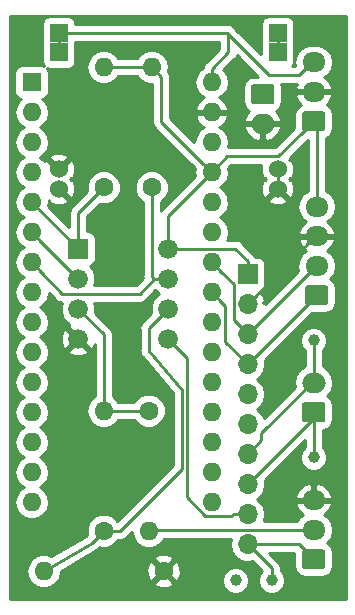
<source format=gbl>
G04 #@! TF.GenerationSoftware,KiCad,Pcbnew,(5.0.1-3-g963ef8bb5)*
G04 #@! TF.CreationDate,2018-12-25T15:27:32+01:00*
G04 #@! TF.ProjectId,smarttrimix,736D6172747472696D69782E6B696361,rev?*
G04 #@! TF.SameCoordinates,Original*
G04 #@! TF.FileFunction,Copper,L2,Bot,Signal*
G04 #@! TF.FilePolarity,Positive*
%FSLAX46Y46*%
G04 Gerber Fmt 4.6, Leading zero omitted, Abs format (unit mm)*
G04 Created by KiCad (PCBNEW (5.0.1-3-g963ef8bb5)) date 2018 December 25, Tuesday 15:27:32*
%MOMM*%
%LPD*%
G01*
G04 APERTURE LIST*
G04 #@! TA.AperFunction,ComponentPad*
%ADD10R,1.524000X1.524000*%
G04 #@! TD*
G04 #@! TA.AperFunction,ComponentPad*
%ADD11C,1.524000*%
G04 #@! TD*
G04 #@! TA.AperFunction,ComponentPad*
%ADD12O,1.700000X1.700000*%
G04 #@! TD*
G04 #@! TA.AperFunction,ComponentPad*
%ADD13R,1.700000X1.700000*%
G04 #@! TD*
G04 #@! TA.AperFunction,ComponentPad*
%ADD14O,1.600000X1.600000*%
G04 #@! TD*
G04 #@! TA.AperFunction,ComponentPad*
%ADD15C,1.600000*%
G04 #@! TD*
G04 #@! TA.AperFunction,ComponentPad*
%ADD16O,2.000000X1.700000*%
G04 #@! TD*
G04 #@! TA.AperFunction,Conductor*
%ADD17C,0.150000*%
G04 #@! TD*
G04 #@! TA.AperFunction,ComponentPad*
%ADD18C,1.700000*%
G04 #@! TD*
G04 #@! TA.AperFunction,ComponentPad*
%ADD19C,1.676400*%
G04 #@! TD*
G04 #@! TA.AperFunction,ComponentPad*
%ADD20R,1.676400X1.676400*%
G04 #@! TD*
G04 #@! TA.AperFunction,ComponentPad*
%ADD21O,1.950000X1.700000*%
G04 #@! TD*
G04 #@! TA.AperFunction,ComponentPad*
%ADD22C,1.000000*%
G04 #@! TD*
G04 #@! TA.AperFunction,ComponentPad*
%ADD23R,1.600000X1.600000*%
G04 #@! TD*
G04 #@! TA.AperFunction,Conductor*
%ADD24C,0.250000*%
G04 #@! TD*
G04 #@! TA.AperFunction,Conductor*
%ADD25C,0.254000*%
G04 #@! TD*
G04 APERTURE END LIST*
D10*
G04 #@! TO.P,J2,4*
G04 #@! TO.N,+VDC*
X49276000Y-53340000D03*
G04 #@! TO.P,J2,3*
G04 #@! TO.N,VDDA*
X67818000Y-53340000D03*
D11*
G04 #@! TO.P,J2,2*
G04 #@! TO.N,GND*
X67818000Y-63246000D03*
G04 #@! TO.P,J2,1*
X49276000Y-63246000D03*
D10*
G04 #@! TO.P,J2,4*
G04 #@! TO.N,+VDC*
X49276000Y-51689000D03*
G04 #@! TO.P,J2,3*
G04 #@! TO.N,VDDA*
X67818000Y-51689000D03*
D11*
G04 #@! TO.P,J2,2*
G04 #@! TO.N,GND*
X67818000Y-64897000D03*
G04 #@! TO.P,J2,1*
X49276000Y-64897000D03*
G04 #@! TD*
D12*
G04 #@! TO.P,J23,10*
G04 #@! TO.N,AIN3*
X65278000Y-94996000D03*
G04 #@! TO.P,J23,9*
G04 #@! TO.N,AIN2*
X65278000Y-92456000D03*
G04 #@! TO.P,J23,8*
G04 #@! TO.N,AIN1*
X65278000Y-89916000D03*
G04 #@! TO.P,J23,7*
G04 #@! TO.N,AIN0*
X65278000Y-87376000D03*
G04 #@! TO.P,J23,6*
G04 #@! TO.N,Net-(J23-Pad6)*
X65278000Y-84836000D03*
G04 #@! TO.P,J23,5*
G04 #@! TO.N,Net-(J23-Pad5)*
X65278000Y-82296000D03*
G04 #@! TO.P,J23,4*
G04 #@! TO.N,SDA*
X65278000Y-79756000D03*
G04 #@! TO.P,J23,3*
G04 #@! TO.N,SCL*
X65278000Y-77216000D03*
G04 #@! TO.P,J23,2*
G04 #@! TO.N,GND*
X65278000Y-74676000D03*
D13*
G04 #@! TO.P,J23,1*
G04 #@! TO.N,VCC*
X65278000Y-72136000D03*
G04 #@! TD*
D14*
G04 #@! TO.P,R2,2*
G04 #@! TO.N,VDDA*
X56896000Y-93853000D03*
D15*
G04 #@! TO.P,R2,1*
G04 #@! TO.N,Net-(R2-Pad1)*
X56896000Y-83693000D03*
G04 #@! TD*
D14*
G04 #@! TO.P,R5,2*
G04 #@! TO.N,Net-(R2-Pad1)*
X53086000Y-83693000D03*
D15*
G04 #@! TO.P,R5,1*
G04 #@! TO.N,Net-(R3-Pad2)*
X53086000Y-93853000D03*
G04 #@! TD*
D16*
G04 #@! TO.P,J22,2*
G04 #@! TO.N,AIN0*
X70866000Y-81320000D03*
D17*
G04 #@! TD*
G04 #@! TO.N,AIN1*
G04 #@! TO.C,J22*
G36*
X71640504Y-82971204D02*
X71664773Y-82974804D01*
X71688571Y-82980765D01*
X71711671Y-82989030D01*
X71733849Y-82999520D01*
X71754893Y-83012133D01*
X71774598Y-83026747D01*
X71792777Y-83043223D01*
X71809253Y-83061402D01*
X71823867Y-83081107D01*
X71836480Y-83102151D01*
X71846970Y-83124329D01*
X71855235Y-83147429D01*
X71861196Y-83171227D01*
X71864796Y-83195496D01*
X71866000Y-83220000D01*
X71866000Y-84420000D01*
X71864796Y-84444504D01*
X71861196Y-84468773D01*
X71855235Y-84492571D01*
X71846970Y-84515671D01*
X71836480Y-84537849D01*
X71823867Y-84558893D01*
X71809253Y-84578598D01*
X71792777Y-84596777D01*
X71774598Y-84613253D01*
X71754893Y-84627867D01*
X71733849Y-84640480D01*
X71711671Y-84650970D01*
X71688571Y-84659235D01*
X71664773Y-84665196D01*
X71640504Y-84668796D01*
X71616000Y-84670000D01*
X70116000Y-84670000D01*
X70091496Y-84668796D01*
X70067227Y-84665196D01*
X70043429Y-84659235D01*
X70020329Y-84650970D01*
X69998151Y-84640480D01*
X69977107Y-84627867D01*
X69957402Y-84613253D01*
X69939223Y-84596777D01*
X69922747Y-84578598D01*
X69908133Y-84558893D01*
X69895520Y-84537849D01*
X69885030Y-84515671D01*
X69876765Y-84492571D01*
X69870804Y-84468773D01*
X69867204Y-84444504D01*
X69866000Y-84420000D01*
X69866000Y-83220000D01*
X69867204Y-83195496D01*
X69870804Y-83171227D01*
X69876765Y-83147429D01*
X69885030Y-83124329D01*
X69895520Y-83102151D01*
X69908133Y-83081107D01*
X69922747Y-83061402D01*
X69939223Y-83043223D01*
X69957402Y-83026747D01*
X69977107Y-83012133D01*
X69998151Y-82999520D01*
X70020329Y-82989030D01*
X70043429Y-82980765D01*
X70067227Y-82974804D01*
X70091496Y-82971204D01*
X70116000Y-82970000D01*
X71616000Y-82970000D01*
X71640504Y-82971204D01*
X71640504Y-82971204D01*
G37*
D18*
G04 #@! TO.P,J22,1*
G04 #@! TO.N,AIN1*
X70866000Y-83820000D03*
G04 #@! TD*
D19*
G04 #@! TO.P,U1,8*
G04 #@! TO.N,VCC*
X58547000Y-69977000D03*
G04 #@! TO.P,U1,7*
G04 #@! TO.N,Net-(A1-Pad7)*
X58547000Y-72517000D03*
G04 #@! TO.P,U1,6*
G04 #@! TO.N,Net-(R3-Pad2)*
X58547000Y-75057000D03*
G04 #@! TO.P,U1,5*
G04 #@! TO.N,AIN2*
X58547000Y-77597000D03*
G04 #@! TO.P,U1,4*
G04 #@! TO.N,GND*
X50927000Y-77597000D03*
G04 #@! TO.P,U1,3*
G04 #@! TO.N,Net-(R2-Pad1)*
X50927000Y-75057000D03*
G04 #@! TO.P,U1,2*
G04 #@! TO.N,Net-(A1-Pad6)*
X50927000Y-72517000D03*
D20*
G04 #@! TO.P,U1,1*
G04 #@! TO.N,Net-(A1-Pad5)*
X50927000Y-69977000D03*
G04 #@! TD*
D14*
G04 #@! TO.P,R3,2*
G04 #@! TO.N,Net-(R3-Pad2)*
X48006000Y-97282000D03*
D15*
G04 #@! TO.P,R3,1*
G04 #@! TO.N,GND*
X58166000Y-97282000D03*
G04 #@! TD*
D14*
G04 #@! TO.P,R6,2*
G04 #@! TO.N,VCC*
X53086000Y-54610000D03*
D15*
G04 #@! TO.P,R6,1*
G04 #@! TO.N,Net-(A1-Pad5)*
X53086000Y-64770000D03*
G04 #@! TD*
D14*
G04 #@! TO.P,R7,2*
G04 #@! TO.N,VCC*
X57150000Y-54610000D03*
D15*
G04 #@! TO.P,R7,1*
G04 #@! TO.N,Net-(A1-Pad7)*
X57150000Y-64770000D03*
G04 #@! TD*
D21*
G04 #@! TO.P,J24,4*
G04 #@! TO.N,VCC*
X71120000Y-66414000D03*
G04 #@! TO.P,J24,3*
G04 #@! TO.N,GND*
X71120000Y-68914000D03*
G04 #@! TO.P,J24,2*
G04 #@! TO.N,SCL*
X71120000Y-71414000D03*
D17*
G04 #@! TD*
G04 #@! TO.N,SDA*
G04 #@! TO.C,J24*
G36*
X71869504Y-73065204D02*
X71893773Y-73068804D01*
X71917571Y-73074765D01*
X71940671Y-73083030D01*
X71962849Y-73093520D01*
X71983893Y-73106133D01*
X72003598Y-73120747D01*
X72021777Y-73137223D01*
X72038253Y-73155402D01*
X72052867Y-73175107D01*
X72065480Y-73196151D01*
X72075970Y-73218329D01*
X72084235Y-73241429D01*
X72090196Y-73265227D01*
X72093796Y-73289496D01*
X72095000Y-73314000D01*
X72095000Y-74514000D01*
X72093796Y-74538504D01*
X72090196Y-74562773D01*
X72084235Y-74586571D01*
X72075970Y-74609671D01*
X72065480Y-74631849D01*
X72052867Y-74652893D01*
X72038253Y-74672598D01*
X72021777Y-74690777D01*
X72003598Y-74707253D01*
X71983893Y-74721867D01*
X71962849Y-74734480D01*
X71940671Y-74744970D01*
X71917571Y-74753235D01*
X71893773Y-74759196D01*
X71869504Y-74762796D01*
X71845000Y-74764000D01*
X70395000Y-74764000D01*
X70370496Y-74762796D01*
X70346227Y-74759196D01*
X70322429Y-74753235D01*
X70299329Y-74744970D01*
X70277151Y-74734480D01*
X70256107Y-74721867D01*
X70236402Y-74707253D01*
X70218223Y-74690777D01*
X70201747Y-74672598D01*
X70187133Y-74652893D01*
X70174520Y-74631849D01*
X70164030Y-74609671D01*
X70155765Y-74586571D01*
X70149804Y-74562773D01*
X70146204Y-74538504D01*
X70145000Y-74514000D01*
X70145000Y-73314000D01*
X70146204Y-73289496D01*
X70149804Y-73265227D01*
X70155765Y-73241429D01*
X70164030Y-73218329D01*
X70174520Y-73196151D01*
X70187133Y-73175107D01*
X70201747Y-73155402D01*
X70218223Y-73137223D01*
X70236402Y-73120747D01*
X70256107Y-73106133D01*
X70277151Y-73093520D01*
X70299329Y-73083030D01*
X70322429Y-73074765D01*
X70346227Y-73068804D01*
X70370496Y-73065204D01*
X70395000Y-73064000D01*
X71845000Y-73064000D01*
X71869504Y-73065204D01*
X71869504Y-73065204D01*
G37*
D18*
G04 #@! TO.P,J24,1*
G04 #@! TO.N,SDA*
X71120000Y-73914000D03*
G04 #@! TD*
D22*
G04 #@! TO.P,TP1,1*
G04 #@! TO.N,AIN3*
X67310000Y-98044000D03*
G04 #@! TD*
G04 #@! TO.P,TP2,1*
G04 #@! TO.N,AIN2*
X64262000Y-98044000D03*
G04 #@! TD*
G04 #@! TO.P,TP3,1*
G04 #@! TO.N,AIN0*
X70866000Y-77724000D03*
G04 #@! TD*
G04 #@! TO.P,TP4,1*
G04 #@! TO.N,AIN1*
X70866000Y-87630000D03*
G04 #@! TD*
D21*
G04 #@! TO.P,He1,3*
G04 #@! TO.N,GND*
X70866000Y-91266000D03*
G04 #@! TO.P,He1,2*
G04 #@! TO.N,VDDA*
X70866000Y-93766000D03*
D17*
G04 #@! TD*
G04 #@! TO.N,AIN3*
G04 #@! TO.C,He1*
G36*
X71615504Y-95417204D02*
X71639773Y-95420804D01*
X71663571Y-95426765D01*
X71686671Y-95435030D01*
X71708849Y-95445520D01*
X71729893Y-95458133D01*
X71749598Y-95472747D01*
X71767777Y-95489223D01*
X71784253Y-95507402D01*
X71798867Y-95527107D01*
X71811480Y-95548151D01*
X71821970Y-95570329D01*
X71830235Y-95593429D01*
X71836196Y-95617227D01*
X71839796Y-95641496D01*
X71841000Y-95666000D01*
X71841000Y-96866000D01*
X71839796Y-96890504D01*
X71836196Y-96914773D01*
X71830235Y-96938571D01*
X71821970Y-96961671D01*
X71811480Y-96983849D01*
X71798867Y-97004893D01*
X71784253Y-97024598D01*
X71767777Y-97042777D01*
X71749598Y-97059253D01*
X71729893Y-97073867D01*
X71708849Y-97086480D01*
X71686671Y-97096970D01*
X71663571Y-97105235D01*
X71639773Y-97111196D01*
X71615504Y-97114796D01*
X71591000Y-97116000D01*
X70141000Y-97116000D01*
X70116496Y-97114796D01*
X70092227Y-97111196D01*
X70068429Y-97105235D01*
X70045329Y-97096970D01*
X70023151Y-97086480D01*
X70002107Y-97073867D01*
X69982402Y-97059253D01*
X69964223Y-97042777D01*
X69947747Y-97024598D01*
X69933133Y-97004893D01*
X69920520Y-96983849D01*
X69910030Y-96961671D01*
X69901765Y-96938571D01*
X69895804Y-96914773D01*
X69892204Y-96890504D01*
X69891000Y-96866000D01*
X69891000Y-95666000D01*
X69892204Y-95641496D01*
X69895804Y-95617227D01*
X69901765Y-95593429D01*
X69910030Y-95570329D01*
X69920520Y-95548151D01*
X69933133Y-95527107D01*
X69947747Y-95507402D01*
X69964223Y-95489223D01*
X69982402Y-95472747D01*
X70002107Y-95458133D01*
X70023151Y-95445520D01*
X70045329Y-95435030D01*
X70068429Y-95426765D01*
X70092227Y-95420804D01*
X70116496Y-95417204D01*
X70141000Y-95416000D01*
X71591000Y-95416000D01*
X71615504Y-95417204D01*
X71615504Y-95417204D01*
G37*
D18*
G04 #@! TO.P,He1,1*
G04 #@! TO.N,AIN3*
X70866000Y-96266000D03*
G04 #@! TD*
D21*
G04 #@! TO.P,J1,3*
G04 #@! TO.N,+VDC*
X70866000Y-54182000D03*
G04 #@! TO.P,J1,2*
G04 #@! TO.N,GND*
X70866000Y-56682000D03*
D17*
G04 #@! TD*
G04 #@! TO.N,VCC*
G04 #@! TO.C,J1*
G36*
X71615504Y-58333204D02*
X71639773Y-58336804D01*
X71663571Y-58342765D01*
X71686671Y-58351030D01*
X71708849Y-58361520D01*
X71729893Y-58374133D01*
X71749598Y-58388747D01*
X71767777Y-58405223D01*
X71784253Y-58423402D01*
X71798867Y-58443107D01*
X71811480Y-58464151D01*
X71821970Y-58486329D01*
X71830235Y-58509429D01*
X71836196Y-58533227D01*
X71839796Y-58557496D01*
X71841000Y-58582000D01*
X71841000Y-59782000D01*
X71839796Y-59806504D01*
X71836196Y-59830773D01*
X71830235Y-59854571D01*
X71821970Y-59877671D01*
X71811480Y-59899849D01*
X71798867Y-59920893D01*
X71784253Y-59940598D01*
X71767777Y-59958777D01*
X71749598Y-59975253D01*
X71729893Y-59989867D01*
X71708849Y-60002480D01*
X71686671Y-60012970D01*
X71663571Y-60021235D01*
X71639773Y-60027196D01*
X71615504Y-60030796D01*
X71591000Y-60032000D01*
X70141000Y-60032000D01*
X70116496Y-60030796D01*
X70092227Y-60027196D01*
X70068429Y-60021235D01*
X70045329Y-60012970D01*
X70023151Y-60002480D01*
X70002107Y-59989867D01*
X69982402Y-59975253D01*
X69964223Y-59958777D01*
X69947747Y-59940598D01*
X69933133Y-59920893D01*
X69920520Y-59899849D01*
X69910030Y-59877671D01*
X69901765Y-59854571D01*
X69895804Y-59830773D01*
X69892204Y-59806504D01*
X69891000Y-59782000D01*
X69891000Y-58582000D01*
X69892204Y-58557496D01*
X69895804Y-58533227D01*
X69901765Y-58509429D01*
X69910030Y-58486329D01*
X69920520Y-58464151D01*
X69933133Y-58443107D01*
X69947747Y-58423402D01*
X69964223Y-58405223D01*
X69982402Y-58388747D01*
X70002107Y-58374133D01*
X70023151Y-58361520D01*
X70045329Y-58351030D01*
X70068429Y-58342765D01*
X70092227Y-58336804D01*
X70116496Y-58333204D01*
X70141000Y-58332000D01*
X71591000Y-58332000D01*
X71615504Y-58333204D01*
X71615504Y-58333204D01*
G37*
D18*
G04 #@! TO.P,J1,1*
G04 #@! TO.N,VCC*
X70866000Y-59182000D03*
G04 #@! TD*
D16*
G04 #@! TO.P,J31,2*
G04 #@! TO.N,GND*
X66548000Y-59396000D03*
D17*
G04 #@! TD*
G04 #@! TO.N,VDDA*
G04 #@! TO.C,J31*
G36*
X67322504Y-56047204D02*
X67346773Y-56050804D01*
X67370571Y-56056765D01*
X67393671Y-56065030D01*
X67415849Y-56075520D01*
X67436893Y-56088133D01*
X67456598Y-56102747D01*
X67474777Y-56119223D01*
X67491253Y-56137402D01*
X67505867Y-56157107D01*
X67518480Y-56178151D01*
X67528970Y-56200329D01*
X67537235Y-56223429D01*
X67543196Y-56247227D01*
X67546796Y-56271496D01*
X67548000Y-56296000D01*
X67548000Y-57496000D01*
X67546796Y-57520504D01*
X67543196Y-57544773D01*
X67537235Y-57568571D01*
X67528970Y-57591671D01*
X67518480Y-57613849D01*
X67505867Y-57634893D01*
X67491253Y-57654598D01*
X67474777Y-57672777D01*
X67456598Y-57689253D01*
X67436893Y-57703867D01*
X67415849Y-57716480D01*
X67393671Y-57726970D01*
X67370571Y-57735235D01*
X67346773Y-57741196D01*
X67322504Y-57744796D01*
X67298000Y-57746000D01*
X65798000Y-57746000D01*
X65773496Y-57744796D01*
X65749227Y-57741196D01*
X65725429Y-57735235D01*
X65702329Y-57726970D01*
X65680151Y-57716480D01*
X65659107Y-57703867D01*
X65639402Y-57689253D01*
X65621223Y-57672777D01*
X65604747Y-57654598D01*
X65590133Y-57634893D01*
X65577520Y-57613849D01*
X65567030Y-57591671D01*
X65558765Y-57568571D01*
X65552804Y-57544773D01*
X65549204Y-57520504D01*
X65548000Y-57496000D01*
X65548000Y-56296000D01*
X65549204Y-56271496D01*
X65552804Y-56247227D01*
X65558765Y-56223429D01*
X65567030Y-56200329D01*
X65577520Y-56178151D01*
X65590133Y-56157107D01*
X65604747Y-56137402D01*
X65621223Y-56119223D01*
X65639402Y-56102747D01*
X65659107Y-56088133D01*
X65680151Y-56075520D01*
X65702329Y-56065030D01*
X65725429Y-56056765D01*
X65749227Y-56050804D01*
X65773496Y-56047204D01*
X65798000Y-56046000D01*
X67298000Y-56046000D01*
X67322504Y-56047204D01*
X67322504Y-56047204D01*
G37*
D18*
G04 #@! TO.P,J31,1*
G04 #@! TO.N,VDDA*
X66548000Y-56896000D03*
G04 #@! TD*
D14*
G04 #@! TO.P,A1,16*
G04 #@! TO.N,Net-(A1-Pad16)*
X62230000Y-91440000D03*
G04 #@! TO.P,A1,15*
G04 #@! TO.N,Net-(A1-Pad15)*
X46990000Y-91440000D03*
G04 #@! TO.P,A1,30*
G04 #@! TO.N,+VDC*
X62230000Y-55880000D03*
G04 #@! TO.P,A1,14*
G04 #@! TO.N,Net-(A1-Pad14)*
X46990000Y-88900000D03*
G04 #@! TO.P,A1,29*
G04 #@! TO.N,GND*
X62230000Y-58420000D03*
G04 #@! TO.P,A1,13*
G04 #@! TO.N,Net-(A1-Pad13)*
X46990000Y-86360000D03*
G04 #@! TO.P,A1,28*
G04 #@! TO.N,Net-(A1-Pad28)*
X62230000Y-60960000D03*
G04 #@! TO.P,A1,12*
G04 #@! TO.N,Net-(A1-Pad12)*
X46990000Y-83820000D03*
G04 #@! TO.P,A1,27*
G04 #@! TO.N,VCC*
X62230000Y-63500000D03*
G04 #@! TO.P,A1,11*
G04 #@! TO.N,Net-(A1-Pad11)*
X46990000Y-81280000D03*
G04 #@! TO.P,A1,26*
G04 #@! TO.N,Net-(A1-Pad26)*
X62230000Y-66040000D03*
G04 #@! TO.P,A1,10*
G04 #@! TO.N,Net-(A1-Pad10)*
X46990000Y-78740000D03*
G04 #@! TO.P,A1,25*
G04 #@! TO.N,Net-(A1-Pad25)*
X62230000Y-68580000D03*
G04 #@! TO.P,A1,9*
G04 #@! TO.N,Net-(A1-Pad9)*
X46990000Y-76200000D03*
G04 #@! TO.P,A1,24*
G04 #@! TO.N,SCL*
X62230000Y-71120000D03*
G04 #@! TO.P,A1,8*
G04 #@! TO.N,Net-(A1-Pad8)*
X46990000Y-73660000D03*
G04 #@! TO.P,A1,23*
G04 #@! TO.N,SDA*
X62230000Y-73660000D03*
G04 #@! TO.P,A1,7*
G04 #@! TO.N,Net-(A1-Pad7)*
X46990000Y-71120000D03*
G04 #@! TO.P,A1,22*
G04 #@! TO.N,Net-(A1-Pad22)*
X62230000Y-76200000D03*
G04 #@! TO.P,A1,6*
G04 #@! TO.N,Net-(A1-Pad6)*
X46990000Y-68580000D03*
G04 #@! TO.P,A1,21*
G04 #@! TO.N,Net-(A1-Pad21)*
X62230000Y-78740000D03*
G04 #@! TO.P,A1,5*
G04 #@! TO.N,Net-(A1-Pad5)*
X46990000Y-66040000D03*
G04 #@! TO.P,A1,20*
G04 #@! TO.N,Net-(A1-Pad20)*
X62230000Y-81280000D03*
G04 #@! TO.P,A1,4*
G04 #@! TO.N,Net-(A1-Pad4)*
X46990000Y-63500000D03*
G04 #@! TO.P,A1,19*
G04 #@! TO.N,Net-(A1-Pad19)*
X62230000Y-83820000D03*
G04 #@! TO.P,A1,3*
G04 #@! TO.N,Net-(A1-Pad3)*
X46990000Y-60960000D03*
G04 #@! TO.P,A1,18*
G04 #@! TO.N,Net-(A1-Pad18)*
X62230000Y-86360000D03*
G04 #@! TO.P,A1,2*
G04 #@! TO.N,Net-(A1-Pad2)*
X46990000Y-58420000D03*
G04 #@! TO.P,A1,17*
G04 #@! TO.N,Net-(A1-Pad17)*
X62230000Y-88900000D03*
D23*
G04 #@! TO.P,A1,1*
G04 #@! TO.N,Net-(A1-Pad1)*
X46990000Y-55880000D03*
G04 #@! TD*
D24*
G04 #@! TO.N,GND*
X65278000Y-74631000D02*
X65278000Y-74676000D01*
X70995000Y-68914000D02*
X65278000Y-74631000D01*
X71120000Y-68914000D02*
X70995000Y-68914000D01*
X67818000Y-63246000D02*
X67818000Y-64897000D01*
G04 #@! TO.N,VCC*
X57150000Y-54610000D02*
X53086000Y-54610000D01*
X61430001Y-62700001D02*
X62230000Y-63500000D01*
X57949999Y-59219999D02*
X61430001Y-62700001D01*
X57949999Y-55409999D02*
X57949999Y-59219999D01*
X57150000Y-54610000D02*
X57949999Y-55409999D01*
X69967628Y-60080372D02*
X70866000Y-59182000D01*
X67889001Y-62158999D02*
X69967628Y-60080372D01*
X63571001Y-62158999D02*
X67889001Y-62158999D01*
X62230000Y-63500000D02*
X63571001Y-62158999D01*
X59732393Y-69977000D02*
X58547000Y-69977000D01*
X64219000Y-69977000D02*
X59732393Y-69977000D01*
X65278000Y-71036000D02*
X64219000Y-69977000D01*
X65278000Y-72136000D02*
X65278000Y-71036000D01*
X58547000Y-67183000D02*
X62230000Y-63500000D01*
X58547000Y-69977000D02*
X58547000Y-67183000D01*
X71120000Y-59436000D02*
X70866000Y-59182000D01*
X71120000Y-66414000D02*
X71120000Y-59436000D01*
G04 #@! TO.N,SCL*
X63029999Y-71919999D02*
X62230000Y-71120000D01*
X64102999Y-72992999D02*
X63029999Y-71919999D01*
X64102999Y-76040999D02*
X64102999Y-72992999D01*
X65278000Y-77216000D02*
X64102999Y-76040999D01*
X71080000Y-71414000D02*
X71120000Y-71414000D01*
X65278000Y-77216000D02*
X71080000Y-71414000D01*
G04 #@! TO.N,SDA*
X71120000Y-73914000D02*
X65278000Y-79756000D01*
X63029999Y-74459999D02*
X62230000Y-73660000D01*
X63355001Y-74785001D02*
X63029999Y-74459999D01*
X63355001Y-77833001D02*
X63355001Y-74785001D01*
X65278000Y-79756000D02*
X63355001Y-77833001D01*
G04 #@! TO.N,AIN2*
X59385199Y-78435199D02*
X58547000Y-77597000D01*
X60160769Y-79210769D02*
X59385199Y-78435199D01*
X60160769Y-91035771D02*
X60160769Y-79210769D01*
X61689999Y-92565001D02*
X60160769Y-91035771D01*
X63966918Y-92565001D02*
X61689999Y-92565001D01*
X64075919Y-92456000D02*
X63966918Y-92565001D01*
X65278000Y-92456000D02*
X64075919Y-92456000D01*
G04 #@! TO.N,Net-(A1-Pad5)*
X50927000Y-69977000D02*
X46990000Y-66040000D01*
X50927000Y-66929000D02*
X53086000Y-64770000D01*
X50927000Y-69977000D02*
X50927000Y-66929000D01*
G04 #@! TO.N,Net-(A1-Pad6)*
X47789999Y-69379999D02*
X50927000Y-72517000D01*
X46990000Y-68580000D02*
X47789999Y-69379999D01*
G04 #@! TO.N,Net-(R2-Pad1)*
X53086000Y-77216000D02*
X53086000Y-83693000D01*
X50927000Y-75057000D02*
X53086000Y-77216000D01*
X53086000Y-83693000D02*
X56896000Y-83693000D01*
G04 #@! TO.N,Net-(R3-Pad2)*
X56896000Y-76708000D02*
X58547000Y-75057000D01*
X56896000Y-78613000D02*
X56896000Y-76708000D01*
X59690000Y-81915000D02*
X56896000Y-78613000D01*
X59710201Y-88625799D02*
X59690000Y-81915000D01*
X54483000Y-93853000D02*
X59710201Y-88625799D01*
X53086000Y-93853000D02*
X54483000Y-93853000D01*
X52070000Y-94869000D02*
X48006000Y-97282000D01*
X53086000Y-93853000D02*
X52070000Y-94869000D01*
G04 #@! TO.N,Net-(A1-Pad7)*
X57150000Y-72305393D02*
X57150000Y-64770000D01*
X57361607Y-72517000D02*
X57150000Y-72305393D01*
X58547000Y-72517000D02*
X57361607Y-72517000D01*
X47789999Y-71919999D02*
X46990000Y-71120000D01*
X49530000Y-73787000D02*
X47789999Y-71919999D01*
X56134000Y-73787000D02*
X49530000Y-73787000D01*
X57361607Y-72517000D02*
X56134000Y-73787000D01*
G04 #@! TO.N,AIN3*
X69596000Y-94996000D02*
X70866000Y-96266000D01*
X65278000Y-94996000D02*
X69596000Y-94996000D01*
X67310000Y-97028000D02*
X65278000Y-94996000D01*
X67310000Y-98044000D02*
X67310000Y-97028000D01*
G04 #@! TO.N,VDDA*
X56983000Y-93766000D02*
X56896000Y-93853000D01*
X70866000Y-93766000D02*
X56983000Y-93766000D01*
X67818000Y-51689000D02*
X67818000Y-53340000D01*
G04 #@! TO.N,AIN1*
X70866000Y-84328000D02*
X70866000Y-83820000D01*
X65278000Y-89916000D02*
X70866000Y-84328000D01*
X70866000Y-87630000D02*
X70866000Y-83820000D01*
G04 #@! TO.N,AIN0*
X70716000Y-81320000D02*
X70866000Y-81320000D01*
X66453001Y-85582999D02*
X70716000Y-81320000D01*
X66453001Y-86200999D02*
X66453001Y-85582999D01*
X65278000Y-87376000D02*
X66453001Y-86200999D01*
X70866000Y-81320000D02*
X70866000Y-77724000D01*
G04 #@! TO.N,+VDC*
X70741000Y-54182000D02*
X70866000Y-54182000D01*
X69641000Y-55282000D02*
X70741000Y-54182000D01*
X67097190Y-55282000D02*
X69641000Y-55282000D01*
X49276000Y-51689000D02*
X63504190Y-51689000D01*
X63631190Y-53347440D02*
X63631190Y-51816000D01*
X62230000Y-54748630D02*
X63631190Y-53347440D01*
X62230000Y-55880000D02*
X62230000Y-54748630D01*
X63504190Y-51689000D02*
X63631190Y-51816000D01*
X63631190Y-51816000D02*
X67097190Y-55282000D01*
X49276000Y-51689000D02*
X49276000Y-53340000D01*
G04 #@! TD*
D25*
G04 #@! TO.N,GND*
G36*
X73585001Y-99620000D02*
X45160000Y-99620000D01*
X45160000Y-58420000D01*
X45526887Y-58420000D01*
X45638260Y-58979909D01*
X45955423Y-59454577D01*
X46307758Y-59690000D01*
X45955423Y-59925423D01*
X45638260Y-60400091D01*
X45526887Y-60960000D01*
X45638260Y-61519909D01*
X45955423Y-61994577D01*
X46307758Y-62230000D01*
X45955423Y-62465423D01*
X45638260Y-62940091D01*
X45526887Y-63500000D01*
X45638260Y-64059909D01*
X45955423Y-64534577D01*
X46307758Y-64770000D01*
X45955423Y-65005423D01*
X45638260Y-65480091D01*
X45526887Y-66040000D01*
X45638260Y-66599909D01*
X45955423Y-67074577D01*
X46307758Y-67310000D01*
X45955423Y-67545423D01*
X45638260Y-68020091D01*
X45526887Y-68580000D01*
X45638260Y-69139909D01*
X45955423Y-69614577D01*
X46307758Y-69850000D01*
X45955423Y-70085423D01*
X45638260Y-70560091D01*
X45526887Y-71120000D01*
X45638260Y-71679909D01*
X45955423Y-72154577D01*
X46307758Y-72390000D01*
X45955423Y-72625423D01*
X45638260Y-73100091D01*
X45526887Y-73660000D01*
X45638260Y-74219909D01*
X45955423Y-74694577D01*
X46307758Y-74930000D01*
X45955423Y-75165423D01*
X45638260Y-75640091D01*
X45526887Y-76200000D01*
X45638260Y-76759909D01*
X45955423Y-77234577D01*
X46307758Y-77470000D01*
X45955423Y-77705423D01*
X45638260Y-78180091D01*
X45526887Y-78740000D01*
X45638260Y-79299909D01*
X45955423Y-79774577D01*
X46307758Y-80010000D01*
X45955423Y-80245423D01*
X45638260Y-80720091D01*
X45526887Y-81280000D01*
X45638260Y-81839909D01*
X45955423Y-82314577D01*
X46307758Y-82550000D01*
X45955423Y-82785423D01*
X45638260Y-83260091D01*
X45526887Y-83820000D01*
X45638260Y-84379909D01*
X45955423Y-84854577D01*
X46307758Y-85090000D01*
X45955423Y-85325423D01*
X45638260Y-85800091D01*
X45526887Y-86360000D01*
X45638260Y-86919909D01*
X45955423Y-87394577D01*
X46307758Y-87630000D01*
X45955423Y-87865423D01*
X45638260Y-88340091D01*
X45526887Y-88900000D01*
X45638260Y-89459909D01*
X45955423Y-89934577D01*
X46307758Y-90170000D01*
X45955423Y-90405423D01*
X45638260Y-90880091D01*
X45526887Y-91440000D01*
X45638260Y-91999909D01*
X45955423Y-92474577D01*
X46430091Y-92791740D01*
X46848667Y-92875000D01*
X47131333Y-92875000D01*
X47549909Y-92791740D01*
X48024577Y-92474577D01*
X48341740Y-91999909D01*
X48453113Y-91440000D01*
X48341740Y-90880091D01*
X48024577Y-90405423D01*
X47672242Y-90170000D01*
X48024577Y-89934577D01*
X48341740Y-89459909D01*
X48453113Y-88900000D01*
X48341740Y-88340091D01*
X48024577Y-87865423D01*
X47672242Y-87630000D01*
X48024577Y-87394577D01*
X48341740Y-86919909D01*
X48453113Y-86360000D01*
X48341740Y-85800091D01*
X48024577Y-85325423D01*
X47672242Y-85090000D01*
X48024577Y-84854577D01*
X48341740Y-84379909D01*
X48453113Y-83820000D01*
X48341740Y-83260091D01*
X48024577Y-82785423D01*
X47672242Y-82550000D01*
X48024577Y-82314577D01*
X48341740Y-81839909D01*
X48453113Y-81280000D01*
X48341740Y-80720091D01*
X48024577Y-80245423D01*
X47672242Y-80010000D01*
X48024577Y-79774577D01*
X48341740Y-79299909D01*
X48453113Y-78740000D01*
X48431713Y-78632413D01*
X50071192Y-78632413D01*
X50150017Y-78882490D01*
X50701097Y-79081977D01*
X51286569Y-79055389D01*
X51703983Y-78882490D01*
X51782808Y-78632413D01*
X50927000Y-77776605D01*
X50071192Y-78632413D01*
X48431713Y-78632413D01*
X48341740Y-78180091D01*
X48024577Y-77705423D01*
X47672242Y-77470000D01*
X47820260Y-77371097D01*
X49442023Y-77371097D01*
X49468611Y-77956569D01*
X49641510Y-78373983D01*
X49891587Y-78452808D01*
X50747395Y-77597000D01*
X49891587Y-76741192D01*
X49641510Y-76820017D01*
X49442023Y-77371097D01*
X47820260Y-77371097D01*
X48024577Y-77234577D01*
X48341740Y-76759909D01*
X48453113Y-76200000D01*
X48341740Y-75640091D01*
X48024577Y-75165423D01*
X47672242Y-74930000D01*
X48024577Y-74694577D01*
X48341740Y-74219909D01*
X48438978Y-73731063D01*
X48932183Y-74260266D01*
X48982071Y-74334929D01*
X49096637Y-74411479D01*
X49208455Y-74492026D01*
X49221942Y-74495206D01*
X49233463Y-74502904D01*
X49368629Y-74529790D01*
X49502733Y-74561408D01*
X49540225Y-74555313D01*
X49453800Y-74763962D01*
X49453800Y-75350038D01*
X49678081Y-75891501D01*
X50092499Y-76305919D01*
X50144933Y-76327638D01*
X50071192Y-76561587D01*
X50927000Y-77417395D01*
X50941143Y-77403253D01*
X51120748Y-77582858D01*
X51106605Y-77597000D01*
X51962413Y-78452808D01*
X52212490Y-78373983D01*
X52326000Y-78060413D01*
X52326001Y-82474956D01*
X52051423Y-82658423D01*
X51734260Y-83133091D01*
X51622887Y-83693000D01*
X51734260Y-84252909D01*
X52051423Y-84727577D01*
X52526091Y-85044740D01*
X52944667Y-85128000D01*
X53227333Y-85128000D01*
X53645909Y-85044740D01*
X54120577Y-84727577D01*
X54304043Y-84453000D01*
X55657570Y-84453000D01*
X55679466Y-84505862D01*
X56083138Y-84909534D01*
X56610561Y-85128000D01*
X57181439Y-85128000D01*
X57708862Y-84909534D01*
X58112534Y-84505862D01*
X58331000Y-83978439D01*
X58331000Y-83407561D01*
X58112534Y-82880138D01*
X57708862Y-82476466D01*
X57181439Y-82258000D01*
X56610561Y-82258000D01*
X56083138Y-82476466D01*
X55679466Y-82880138D01*
X55657570Y-82933000D01*
X54304043Y-82933000D01*
X54120577Y-82658423D01*
X53846000Y-82474957D01*
X53846000Y-77290846D01*
X53860888Y-77215999D01*
X53846000Y-77141152D01*
X53846000Y-77141148D01*
X53801904Y-76919463D01*
X53633929Y-76668071D01*
X53570473Y-76625671D01*
X52369341Y-75424539D01*
X52400200Y-75350038D01*
X52400200Y-74763962D01*
X52310332Y-74547000D01*
X56065657Y-74547000D01*
X56147150Y-74561777D01*
X56288568Y-74531143D01*
X56430537Y-74502904D01*
X56436103Y-74499185D01*
X56442644Y-74497768D01*
X56561579Y-74415344D01*
X56681929Y-74334929D01*
X56727945Y-74266061D01*
X57457693Y-73511113D01*
X57712499Y-73765919D01*
X57763393Y-73787000D01*
X57712499Y-73808081D01*
X57298081Y-74222499D01*
X57073800Y-74763962D01*
X57073800Y-75350038D01*
X57104659Y-75424539D01*
X56411528Y-76117671D01*
X56348072Y-76160071D01*
X56305672Y-76223527D01*
X56305671Y-76223528D01*
X56180097Y-76411463D01*
X56121112Y-76708000D01*
X56136001Y-76782852D01*
X56136000Y-78506103D01*
X56123789Y-78548650D01*
X56136000Y-78656055D01*
X56136000Y-78687851D01*
X56144438Y-78730269D01*
X56157943Y-78849060D01*
X56173738Y-78877570D01*
X56180096Y-78909536D01*
X56246521Y-79008949D01*
X56267477Y-79046775D01*
X56288010Y-79071042D01*
X56348071Y-79160929D01*
X56384880Y-79185524D01*
X58930838Y-82194384D01*
X58949253Y-88311945D01*
X54261797Y-92999401D01*
X53898862Y-92636466D01*
X53371439Y-92418000D01*
X52800561Y-92418000D01*
X52273138Y-92636466D01*
X51869466Y-93040138D01*
X51651000Y-93567561D01*
X51651000Y-94138439D01*
X51672897Y-94191302D01*
X51600016Y-94264183D01*
X48673225Y-96001966D01*
X48565909Y-95930260D01*
X48147333Y-95847000D01*
X47864667Y-95847000D01*
X47446091Y-95930260D01*
X46971423Y-96247423D01*
X46654260Y-96722091D01*
X46542887Y-97282000D01*
X46654260Y-97841909D01*
X46971423Y-98316577D01*
X47446091Y-98633740D01*
X47864667Y-98717000D01*
X48147333Y-98717000D01*
X48565909Y-98633740D01*
X49040577Y-98316577D01*
X49058505Y-98289745D01*
X57337861Y-98289745D01*
X57411995Y-98535864D01*
X57949223Y-98728965D01*
X58519454Y-98701778D01*
X58920005Y-98535864D01*
X58994139Y-98289745D01*
X58166000Y-97461605D01*
X57337861Y-98289745D01*
X49058505Y-98289745D01*
X49357740Y-97841909D01*
X49465697Y-97299175D01*
X49859721Y-97065223D01*
X56719035Y-97065223D01*
X56746222Y-97635454D01*
X56912136Y-98036005D01*
X57158255Y-98110139D01*
X57986395Y-97282000D01*
X58345605Y-97282000D01*
X59173745Y-98110139D01*
X59419864Y-98036005D01*
X59498139Y-97818234D01*
X63127000Y-97818234D01*
X63127000Y-98269766D01*
X63299793Y-98686926D01*
X63619074Y-99006207D01*
X64036234Y-99179000D01*
X64487766Y-99179000D01*
X64904926Y-99006207D01*
X65224207Y-98686926D01*
X65397000Y-98269766D01*
X65397000Y-97818234D01*
X65224207Y-97401074D01*
X64904926Y-97081793D01*
X64487766Y-96909000D01*
X64036234Y-96909000D01*
X63619074Y-97081793D01*
X63299793Y-97401074D01*
X63127000Y-97818234D01*
X59498139Y-97818234D01*
X59612965Y-97498777D01*
X59585778Y-96928546D01*
X59419864Y-96527995D01*
X59173745Y-96453861D01*
X58345605Y-97282000D01*
X57986395Y-97282000D01*
X57158255Y-96453861D01*
X56912136Y-96527995D01*
X56719035Y-97065223D01*
X49859721Y-97065223D01*
X51191877Y-96274255D01*
X57337861Y-96274255D01*
X58166000Y-97102395D01*
X58994139Y-96274255D01*
X58920005Y-96028136D01*
X58382777Y-95835035D01*
X57812546Y-95862222D01*
X57411995Y-96028136D01*
X57337861Y-96274255D01*
X51191877Y-96274255D01*
X52346018Y-95588984D01*
X52366537Y-95584903D01*
X52475388Y-95512171D01*
X52522371Y-95484275D01*
X52537532Y-95470648D01*
X52554472Y-95459329D01*
X52593086Y-95420715D01*
X52690475Y-95333180D01*
X52699500Y-95314301D01*
X52747698Y-95266103D01*
X52800561Y-95288000D01*
X53371439Y-95288000D01*
X53898862Y-95069534D01*
X54302534Y-94665862D01*
X54324430Y-94613000D01*
X54408153Y-94613000D01*
X54483000Y-94627888D01*
X54557847Y-94613000D01*
X54557852Y-94613000D01*
X54779537Y-94568904D01*
X55030929Y-94400929D01*
X55073331Y-94337470D01*
X55453612Y-93957189D01*
X55544260Y-94412909D01*
X55861423Y-94887577D01*
X56336091Y-95204740D01*
X56754667Y-95288000D01*
X57037333Y-95288000D01*
X57455909Y-95204740D01*
X57930577Y-94887577D01*
X58172175Y-94526000D01*
X63857396Y-94526000D01*
X63763908Y-94996000D01*
X63879161Y-95575418D01*
X64207375Y-96066625D01*
X64698582Y-96394839D01*
X65131744Y-96481000D01*
X65424256Y-96481000D01*
X65644408Y-96437209D01*
X66478033Y-97270834D01*
X66347793Y-97401074D01*
X66175000Y-97818234D01*
X66175000Y-98269766D01*
X66347793Y-98686926D01*
X66667074Y-99006207D01*
X67084234Y-99179000D01*
X67535766Y-99179000D01*
X67952926Y-99006207D01*
X68272207Y-98686926D01*
X68445000Y-98269766D01*
X68445000Y-97818234D01*
X68272207Y-97401074D01*
X68070000Y-97198867D01*
X68070000Y-97102847D01*
X68084888Y-97028000D01*
X68070000Y-96953153D01*
X68070000Y-96953148D01*
X68025904Y-96731463D01*
X67857929Y-96480071D01*
X67794473Y-96437671D01*
X67112802Y-95756000D01*
X69243560Y-95756000D01*
X69243560Y-96866000D01*
X69311874Y-97209435D01*
X69506414Y-97500586D01*
X69797565Y-97695126D01*
X70141000Y-97763440D01*
X71591000Y-97763440D01*
X71934435Y-97695126D01*
X72225586Y-97500586D01*
X72420126Y-97209435D01*
X72488440Y-96866000D01*
X72488440Y-95666000D01*
X72420126Y-95322565D01*
X72225586Y-95031414D01*
X71997844Y-94879242D01*
X72061625Y-94836625D01*
X72389839Y-94345418D01*
X72505092Y-93766000D01*
X72389839Y-93186582D01*
X72061625Y-92695375D01*
X71788313Y-92512754D01*
X72193497Y-92137193D01*
X72432476Y-91622890D01*
X72311155Y-91393000D01*
X70993000Y-91393000D01*
X70993000Y-91413000D01*
X70739000Y-91413000D01*
X70739000Y-91393000D01*
X69420845Y-91393000D01*
X69299524Y-91622890D01*
X69538503Y-92137193D01*
X69943687Y-92512754D01*
X69670375Y-92695375D01*
X69462822Y-93006000D01*
X66682691Y-93006000D01*
X66792092Y-92456000D01*
X66676839Y-91876582D01*
X66348625Y-91385375D01*
X66050239Y-91186000D01*
X66348625Y-90986625D01*
X66400418Y-90909110D01*
X69299524Y-90909110D01*
X69420845Y-91139000D01*
X70739000Y-91139000D01*
X70739000Y-89939835D01*
X70993000Y-89939835D01*
X70993000Y-91139000D01*
X72311155Y-91139000D01*
X72432476Y-90909110D01*
X72193497Y-90394807D01*
X71768571Y-90000947D01*
X71225267Y-89799680D01*
X70993000Y-89939835D01*
X70739000Y-89939835D01*
X70506733Y-89799680D01*
X69963429Y-90000947D01*
X69538503Y-90394807D01*
X69299524Y-90909110D01*
X66400418Y-90909110D01*
X66676839Y-90495418D01*
X66792092Y-89916000D01*
X66719209Y-89549592D01*
X70106000Y-86162802D01*
X70106000Y-86784867D01*
X69903793Y-86987074D01*
X69731000Y-87404234D01*
X69731000Y-87855766D01*
X69903793Y-88272926D01*
X70223074Y-88592207D01*
X70640234Y-88765000D01*
X71091766Y-88765000D01*
X71508926Y-88592207D01*
X71828207Y-88272926D01*
X72001000Y-87855766D01*
X72001000Y-87404234D01*
X71828207Y-86987074D01*
X71626000Y-86784867D01*
X71626000Y-85315451D01*
X71959435Y-85249126D01*
X72250586Y-85054586D01*
X72445126Y-84763435D01*
X72513440Y-84420000D01*
X72513440Y-83220000D01*
X72445126Y-82876565D01*
X72250586Y-82585414D01*
X72022844Y-82433242D01*
X72086625Y-82390625D01*
X72414839Y-81899418D01*
X72530092Y-81320000D01*
X72414839Y-80740582D01*
X72086625Y-80249375D01*
X71626000Y-79941595D01*
X71626000Y-78569133D01*
X71828207Y-78366926D01*
X72001000Y-77949766D01*
X72001000Y-77498234D01*
X71828207Y-77081074D01*
X71508926Y-76761793D01*
X71091766Y-76589000D01*
X70640234Y-76589000D01*
X70223074Y-76761793D01*
X69903793Y-77081074D01*
X69731000Y-77498234D01*
X69731000Y-77949766D01*
X69903793Y-78366926D01*
X70106001Y-78569134D01*
X70106000Y-79941595D01*
X69645375Y-80249375D01*
X69317161Y-80740582D01*
X69201908Y-81320000D01*
X69274791Y-81686407D01*
X66681448Y-84279751D01*
X66676839Y-84256582D01*
X66348625Y-83765375D01*
X66050239Y-83566000D01*
X66348625Y-83366625D01*
X66676839Y-82875418D01*
X66792092Y-82296000D01*
X66676839Y-81716582D01*
X66348625Y-81225375D01*
X66050239Y-81026000D01*
X66348625Y-80826625D01*
X66676839Y-80335418D01*
X66792092Y-79756000D01*
X66719209Y-79389592D01*
X70697362Y-75411440D01*
X71845000Y-75411440D01*
X72188435Y-75343126D01*
X72479586Y-75148586D01*
X72674126Y-74857435D01*
X72742440Y-74514000D01*
X72742440Y-73314000D01*
X72674126Y-72970565D01*
X72479586Y-72679414D01*
X72251844Y-72527242D01*
X72315625Y-72484625D01*
X72643839Y-71993418D01*
X72759092Y-71414000D01*
X72643839Y-70834582D01*
X72315625Y-70343375D01*
X72042313Y-70160754D01*
X72447497Y-69785193D01*
X72686476Y-69270890D01*
X72565155Y-69041000D01*
X71247000Y-69041000D01*
X71247000Y-69061000D01*
X70993000Y-69061000D01*
X70993000Y-69041000D01*
X69674845Y-69041000D01*
X69553524Y-69270890D01*
X69792503Y-69785193D01*
X70197687Y-70160754D01*
X69924375Y-70343375D01*
X69596161Y-70834582D01*
X69480908Y-71414000D01*
X69567893Y-71851305D01*
X66763000Y-74656199D01*
X66763000Y-74548998D01*
X66598156Y-74548998D01*
X66719476Y-74319110D01*
X66549645Y-73909076D01*
X66272292Y-73604739D01*
X66375765Y-73584157D01*
X66585809Y-73443809D01*
X66726157Y-73233765D01*
X66775440Y-72986000D01*
X66775440Y-71286000D01*
X66726157Y-71038235D01*
X66585809Y-70828191D01*
X66375765Y-70687843D01*
X66128000Y-70638560D01*
X65926483Y-70638560D01*
X65825929Y-70488071D01*
X65762473Y-70445671D01*
X64809331Y-69492530D01*
X64766929Y-69429071D01*
X64515537Y-69261096D01*
X64293852Y-69217000D01*
X64293847Y-69217000D01*
X64219000Y-69202112D01*
X64144153Y-69217000D01*
X63530229Y-69217000D01*
X63581740Y-69139909D01*
X63693113Y-68580000D01*
X63581740Y-68020091D01*
X63264577Y-67545423D01*
X62912242Y-67310000D01*
X63264577Y-67074577D01*
X63581740Y-66599909D01*
X63693113Y-66040000D01*
X63660733Y-65877213D01*
X67017392Y-65877213D01*
X67086857Y-66119397D01*
X67610302Y-66306144D01*
X68165368Y-66278362D01*
X68549143Y-66119397D01*
X68618608Y-65877213D01*
X67818000Y-65076605D01*
X67017392Y-65877213D01*
X63660733Y-65877213D01*
X63581740Y-65480091D01*
X63264577Y-65005423D01*
X62912242Y-64770000D01*
X63264577Y-64534577D01*
X63581740Y-64059909D01*
X63693113Y-63500000D01*
X63628688Y-63176114D01*
X63885803Y-62918999D01*
X66451419Y-62918999D01*
X66408856Y-63038302D01*
X66436638Y-63593368D01*
X66595603Y-63977143D01*
X66767976Y-64026584D01*
X66812892Y-64071500D01*
X66767976Y-64116416D01*
X66595603Y-64165857D01*
X66408856Y-64689302D01*
X66436638Y-65244368D01*
X66595603Y-65628143D01*
X66837787Y-65697608D01*
X67638395Y-64897000D01*
X67624253Y-64882858D01*
X67803858Y-64703253D01*
X67818000Y-64717395D01*
X67832143Y-64703253D01*
X68011748Y-64882858D01*
X67997605Y-64897000D01*
X68798213Y-65697608D01*
X69040397Y-65628143D01*
X69227144Y-65104698D01*
X69199362Y-64549632D01*
X69040397Y-64165857D01*
X68868024Y-64116416D01*
X68823108Y-64071500D01*
X68868024Y-64026584D01*
X69040397Y-63977143D01*
X69227144Y-63453698D01*
X69199362Y-62898632D01*
X69040397Y-62514857D01*
X68798215Y-62445393D01*
X68913226Y-62330382D01*
X68852823Y-62269979D01*
X70360001Y-60762802D01*
X70360000Y-65052300D01*
X69924375Y-65343375D01*
X69596161Y-65834582D01*
X69480908Y-66414000D01*
X69596161Y-66993418D01*
X69924375Y-67484625D01*
X70197687Y-67667246D01*
X69792503Y-68042807D01*
X69553524Y-68557110D01*
X69674845Y-68787000D01*
X70993000Y-68787000D01*
X70993000Y-68767000D01*
X71247000Y-68767000D01*
X71247000Y-68787000D01*
X72565155Y-68787000D01*
X72686476Y-68557110D01*
X72447497Y-68042807D01*
X72042313Y-67667246D01*
X72315625Y-67484625D01*
X72643839Y-66993418D01*
X72759092Y-66414000D01*
X72643839Y-65834582D01*
X72315625Y-65343375D01*
X71880000Y-65052300D01*
X71880000Y-60621954D01*
X71934435Y-60611126D01*
X72225586Y-60416586D01*
X72420126Y-60125435D01*
X72488440Y-59782000D01*
X72488440Y-58582000D01*
X72420126Y-58238565D01*
X72225586Y-57947414D01*
X71959789Y-57769815D01*
X72193497Y-57553193D01*
X72432476Y-57038890D01*
X72311155Y-56809000D01*
X70993000Y-56809000D01*
X70993000Y-56829000D01*
X70739000Y-56829000D01*
X70739000Y-56809000D01*
X69420845Y-56809000D01*
X69299524Y-57038890D01*
X69538503Y-57553193D01*
X69772211Y-57769815D01*
X69506414Y-57947414D01*
X69311874Y-58238565D01*
X69243560Y-58582000D01*
X69243560Y-59729637D01*
X67574200Y-61398999D01*
X63645849Y-61398999D01*
X63607315Y-61391334D01*
X63693113Y-60960000D01*
X63581740Y-60400091D01*
X63264577Y-59925423D01*
X63006363Y-59752890D01*
X64956524Y-59752890D01*
X64958447Y-59765260D01*
X65209336Y-60288045D01*
X65641188Y-60675024D01*
X66188258Y-60867284D01*
X66421000Y-60723231D01*
X66421000Y-59523000D01*
X66675000Y-59523000D01*
X66675000Y-60723231D01*
X66907742Y-60867284D01*
X67454812Y-60675024D01*
X67886664Y-60288045D01*
X68137553Y-59765260D01*
X68139476Y-59752890D01*
X68018155Y-59523000D01*
X66675000Y-59523000D01*
X66421000Y-59523000D01*
X65077845Y-59523000D01*
X64956524Y-59752890D01*
X63006363Y-59752890D01*
X62880892Y-59669053D01*
X63085134Y-59572389D01*
X63461041Y-59157423D01*
X63621904Y-58769039D01*
X63499915Y-58547000D01*
X62357000Y-58547000D01*
X62357000Y-58567000D01*
X62103000Y-58567000D01*
X62103000Y-58547000D01*
X60960085Y-58547000D01*
X60838096Y-58769039D01*
X60998959Y-59157423D01*
X61374866Y-59572389D01*
X61579108Y-59669053D01*
X61195423Y-59925423D01*
X60878260Y-60400091D01*
X60766887Y-60960000D01*
X60767405Y-60962603D01*
X58709999Y-58905198D01*
X58709999Y-55484845D01*
X58724887Y-55409998D01*
X58709999Y-55335151D01*
X58709999Y-55335147D01*
X58665903Y-55113462D01*
X58551336Y-54942000D01*
X58548052Y-54937084D01*
X58613113Y-54610000D01*
X58501740Y-54050091D01*
X58184577Y-53575423D01*
X57709909Y-53258260D01*
X57291333Y-53175000D01*
X57008667Y-53175000D01*
X56590091Y-53258260D01*
X56115423Y-53575423D01*
X55931957Y-53850000D01*
X54304043Y-53850000D01*
X54120577Y-53575423D01*
X53645909Y-53258260D01*
X53227333Y-53175000D01*
X52944667Y-53175000D01*
X52526091Y-53258260D01*
X52051423Y-53575423D01*
X51734260Y-54050091D01*
X51622887Y-54610000D01*
X51734260Y-55169909D01*
X52051423Y-55644577D01*
X52526091Y-55961740D01*
X52944667Y-56045000D01*
X53227333Y-56045000D01*
X53645909Y-55961740D01*
X54120577Y-55644577D01*
X54304043Y-55370000D01*
X55931957Y-55370000D01*
X56115423Y-55644577D01*
X56590091Y-55961740D01*
X57008667Y-56045000D01*
X57189999Y-56045000D01*
X57190000Y-59145147D01*
X57175111Y-59219999D01*
X57190000Y-59294851D01*
X57234096Y-59516536D01*
X57402071Y-59767928D01*
X57465527Y-59810328D01*
X60831312Y-63176114D01*
X60766887Y-63500000D01*
X60831312Y-63823886D01*
X58062528Y-66592671D01*
X57999072Y-66635071D01*
X57956672Y-66698527D01*
X57956671Y-66698528D01*
X57910000Y-66768376D01*
X57910000Y-66008430D01*
X57962862Y-65986534D01*
X58366534Y-65582862D01*
X58585000Y-65055439D01*
X58585000Y-64484561D01*
X58366534Y-63957138D01*
X57962862Y-63553466D01*
X57435439Y-63335000D01*
X56864561Y-63335000D01*
X56337138Y-63553466D01*
X55933466Y-63957138D01*
X55715000Y-64484561D01*
X55715000Y-65055439D01*
X55933466Y-65582862D01*
X56337138Y-65986534D01*
X56390001Y-66008431D01*
X56390000Y-72230546D01*
X56375112Y-72305393D01*
X56390000Y-72380240D01*
X56390000Y-72380244D01*
X56397984Y-72420382D01*
X55811616Y-73027000D01*
X52310332Y-73027000D01*
X52400200Y-72810038D01*
X52400200Y-72223962D01*
X52175919Y-71682499D01*
X51924395Y-71430975D01*
X52012965Y-71413357D01*
X52223009Y-71273009D01*
X52363357Y-71062965D01*
X52412640Y-70815200D01*
X52412640Y-69138800D01*
X52363357Y-68891035D01*
X52223009Y-68680991D01*
X52012965Y-68540643D01*
X51765200Y-68491360D01*
X51687000Y-68491360D01*
X51687000Y-67243801D01*
X52747698Y-66183103D01*
X52800561Y-66205000D01*
X53371439Y-66205000D01*
X53898862Y-65986534D01*
X54302534Y-65582862D01*
X54521000Y-65055439D01*
X54521000Y-64484561D01*
X54302534Y-63957138D01*
X53898862Y-63553466D01*
X53371439Y-63335000D01*
X52800561Y-63335000D01*
X52273138Y-63553466D01*
X51869466Y-63957138D01*
X51651000Y-64484561D01*
X51651000Y-65055439D01*
X51672897Y-65108302D01*
X50442528Y-66338671D01*
X50379072Y-66381071D01*
X50336672Y-66444527D01*
X50336671Y-66444528D01*
X50211097Y-66632463D01*
X50152112Y-66929000D01*
X50167001Y-67003852D01*
X50167001Y-68142199D01*
X48388688Y-66363887D01*
X48453113Y-66040000D01*
X48429802Y-65922806D01*
X48475393Y-65877215D01*
X48544857Y-66119397D01*
X49068302Y-66306144D01*
X49623368Y-66278362D01*
X50007143Y-66119397D01*
X50076608Y-65877213D01*
X49276000Y-65076605D01*
X49261858Y-65090748D01*
X49082253Y-64911143D01*
X49096395Y-64897000D01*
X49082253Y-64882858D01*
X49261858Y-64703253D01*
X49276000Y-64717395D01*
X49290143Y-64703253D01*
X49469748Y-64882858D01*
X49455605Y-64897000D01*
X50256213Y-65697608D01*
X50498397Y-65628143D01*
X50685144Y-65104698D01*
X50657362Y-64549632D01*
X50498397Y-64165857D01*
X50326024Y-64116416D01*
X50281108Y-64071500D01*
X50326024Y-64026584D01*
X50498397Y-63977143D01*
X50685144Y-63453698D01*
X50657362Y-62898632D01*
X50498397Y-62514857D01*
X50256213Y-62445392D01*
X49455605Y-63246000D01*
X49469748Y-63260143D01*
X49290143Y-63439748D01*
X49276000Y-63425605D01*
X49261858Y-63439748D01*
X49082253Y-63260143D01*
X49096395Y-63246000D01*
X48295787Y-62445392D01*
X48056964Y-62513893D01*
X48024577Y-62465423D01*
X47725801Y-62265787D01*
X48475392Y-62265787D01*
X49276000Y-63066395D01*
X50076608Y-62265787D01*
X50007143Y-62023603D01*
X49483698Y-61836856D01*
X48928632Y-61864638D01*
X48544857Y-62023603D01*
X48475392Y-62265787D01*
X47725801Y-62265787D01*
X47672242Y-62230000D01*
X48024577Y-61994577D01*
X48341740Y-61519909D01*
X48453113Y-60960000D01*
X48341740Y-60400091D01*
X48024577Y-59925423D01*
X47672242Y-59690000D01*
X48024577Y-59454577D01*
X48341740Y-58979909D01*
X48453113Y-58420000D01*
X48341740Y-57860091D01*
X48024577Y-57385423D01*
X47903894Y-57304785D01*
X48037765Y-57278157D01*
X48247809Y-57137809D01*
X48388157Y-56927765D01*
X48437440Y-56680000D01*
X48437440Y-55080000D01*
X48388157Y-54832235D01*
X48305066Y-54707881D01*
X48514000Y-54749440D01*
X50038000Y-54749440D01*
X50285765Y-54700157D01*
X50495809Y-54559809D01*
X50636157Y-54349765D01*
X50685440Y-54102000D01*
X50685440Y-52578000D01*
X50672809Y-52514500D01*
X50685440Y-52451000D01*
X50685440Y-52449000D01*
X62871191Y-52449000D01*
X62871190Y-53032638D01*
X61745528Y-54158301D01*
X61682072Y-54200701D01*
X61639672Y-54264157D01*
X61639671Y-54264158D01*
X61514097Y-54452093D01*
X61472713Y-54660144D01*
X61195423Y-54845423D01*
X60878260Y-55320091D01*
X60766887Y-55880000D01*
X60878260Y-56439909D01*
X61195423Y-56914577D01*
X61579108Y-57170947D01*
X61374866Y-57267611D01*
X60998959Y-57682577D01*
X60838096Y-58070961D01*
X60960085Y-58293000D01*
X62103000Y-58293000D01*
X62103000Y-58273000D01*
X62357000Y-58273000D01*
X62357000Y-58293000D01*
X63499915Y-58293000D01*
X63621904Y-58070961D01*
X63461041Y-57682577D01*
X63085134Y-57267611D01*
X62880892Y-57170947D01*
X63264577Y-56914577D01*
X63581740Y-56439909D01*
X63693113Y-55880000D01*
X63581740Y-55320091D01*
X63264577Y-54845423D01*
X63230667Y-54822765D01*
X64115663Y-53937769D01*
X64179119Y-53895369D01*
X64347094Y-53643977D01*
X64353278Y-53612889D01*
X66138948Y-55398560D01*
X65798000Y-55398560D01*
X65454565Y-55466874D01*
X65163414Y-55661414D01*
X64968874Y-55952565D01*
X64900560Y-56296000D01*
X64900560Y-57496000D01*
X64968874Y-57839435D01*
X65163414Y-58130586D01*
X65428407Y-58307648D01*
X65209336Y-58503955D01*
X64958447Y-59026740D01*
X64956524Y-59039110D01*
X65077845Y-59269000D01*
X66421000Y-59269000D01*
X66421000Y-59249000D01*
X66675000Y-59249000D01*
X66675000Y-59269000D01*
X68018155Y-59269000D01*
X68139476Y-59039110D01*
X68137553Y-59026740D01*
X67886664Y-58503955D01*
X67667593Y-58307648D01*
X67932586Y-58130586D01*
X68127126Y-57839435D01*
X68195440Y-57496000D01*
X68195440Y-56296000D01*
X68144916Y-56042000D01*
X69431076Y-56042000D01*
X69299524Y-56325110D01*
X69420845Y-56555000D01*
X70739000Y-56555000D01*
X70739000Y-56535000D01*
X70993000Y-56535000D01*
X70993000Y-56555000D01*
X72311155Y-56555000D01*
X72432476Y-56325110D01*
X72193497Y-55810807D01*
X71788313Y-55435246D01*
X72061625Y-55252625D01*
X72389839Y-54761418D01*
X72505092Y-54182000D01*
X72389839Y-53602582D01*
X72061625Y-53111375D01*
X71570418Y-52783161D01*
X71137256Y-52697000D01*
X70594744Y-52697000D01*
X70161582Y-52783161D01*
X69670375Y-53111375D01*
X69342161Y-53602582D01*
X69226908Y-54182000D01*
X69294538Y-54522000D01*
X69063072Y-54522000D01*
X69178157Y-54349765D01*
X69227440Y-54102000D01*
X69227440Y-52578000D01*
X69214809Y-52514500D01*
X69227440Y-52451000D01*
X69227440Y-50927000D01*
X69178157Y-50679235D01*
X69037809Y-50469191D01*
X68827765Y-50328843D01*
X68580000Y-50279560D01*
X67056000Y-50279560D01*
X66808235Y-50328843D01*
X66598191Y-50469191D01*
X66457843Y-50679235D01*
X66408560Y-50927000D01*
X66408560Y-52451000D01*
X66421191Y-52514500D01*
X66408560Y-52578000D01*
X66408560Y-53518568D01*
X64221521Y-51331530D01*
X64179119Y-51268071D01*
X64115660Y-51225669D01*
X64094521Y-51204530D01*
X64052119Y-51141071D01*
X63800727Y-50973096D01*
X63579042Y-50929000D01*
X63579037Y-50929000D01*
X63504190Y-50914112D01*
X63429343Y-50929000D01*
X50685440Y-50929000D01*
X50685440Y-50927000D01*
X50636157Y-50679235D01*
X50495809Y-50469191D01*
X50285765Y-50328843D01*
X50038000Y-50279560D01*
X48514000Y-50279560D01*
X48266235Y-50328843D01*
X48056191Y-50469191D01*
X47915843Y-50679235D01*
X47866560Y-50927000D01*
X47866560Y-52451000D01*
X47879191Y-52514500D01*
X47866560Y-52578000D01*
X47866560Y-54102000D01*
X47915843Y-54349765D01*
X47998934Y-54474119D01*
X47790000Y-54432560D01*
X46190000Y-54432560D01*
X45942235Y-54481843D01*
X45732191Y-54622191D01*
X45591843Y-54832235D01*
X45542560Y-55080000D01*
X45542560Y-56680000D01*
X45591843Y-56927765D01*
X45732191Y-57137809D01*
X45942235Y-57278157D01*
X46076106Y-57304785D01*
X45955423Y-57385423D01*
X45638260Y-57860091D01*
X45526887Y-58420000D01*
X45160000Y-58420000D01*
X45160000Y-50240000D01*
X73585000Y-50240000D01*
X73585001Y-99620000D01*
X73585001Y-99620000D01*
G37*
X73585001Y-99620000D02*
X45160000Y-99620000D01*
X45160000Y-58420000D01*
X45526887Y-58420000D01*
X45638260Y-58979909D01*
X45955423Y-59454577D01*
X46307758Y-59690000D01*
X45955423Y-59925423D01*
X45638260Y-60400091D01*
X45526887Y-60960000D01*
X45638260Y-61519909D01*
X45955423Y-61994577D01*
X46307758Y-62230000D01*
X45955423Y-62465423D01*
X45638260Y-62940091D01*
X45526887Y-63500000D01*
X45638260Y-64059909D01*
X45955423Y-64534577D01*
X46307758Y-64770000D01*
X45955423Y-65005423D01*
X45638260Y-65480091D01*
X45526887Y-66040000D01*
X45638260Y-66599909D01*
X45955423Y-67074577D01*
X46307758Y-67310000D01*
X45955423Y-67545423D01*
X45638260Y-68020091D01*
X45526887Y-68580000D01*
X45638260Y-69139909D01*
X45955423Y-69614577D01*
X46307758Y-69850000D01*
X45955423Y-70085423D01*
X45638260Y-70560091D01*
X45526887Y-71120000D01*
X45638260Y-71679909D01*
X45955423Y-72154577D01*
X46307758Y-72390000D01*
X45955423Y-72625423D01*
X45638260Y-73100091D01*
X45526887Y-73660000D01*
X45638260Y-74219909D01*
X45955423Y-74694577D01*
X46307758Y-74930000D01*
X45955423Y-75165423D01*
X45638260Y-75640091D01*
X45526887Y-76200000D01*
X45638260Y-76759909D01*
X45955423Y-77234577D01*
X46307758Y-77470000D01*
X45955423Y-77705423D01*
X45638260Y-78180091D01*
X45526887Y-78740000D01*
X45638260Y-79299909D01*
X45955423Y-79774577D01*
X46307758Y-80010000D01*
X45955423Y-80245423D01*
X45638260Y-80720091D01*
X45526887Y-81280000D01*
X45638260Y-81839909D01*
X45955423Y-82314577D01*
X46307758Y-82550000D01*
X45955423Y-82785423D01*
X45638260Y-83260091D01*
X45526887Y-83820000D01*
X45638260Y-84379909D01*
X45955423Y-84854577D01*
X46307758Y-85090000D01*
X45955423Y-85325423D01*
X45638260Y-85800091D01*
X45526887Y-86360000D01*
X45638260Y-86919909D01*
X45955423Y-87394577D01*
X46307758Y-87630000D01*
X45955423Y-87865423D01*
X45638260Y-88340091D01*
X45526887Y-88900000D01*
X45638260Y-89459909D01*
X45955423Y-89934577D01*
X46307758Y-90170000D01*
X45955423Y-90405423D01*
X45638260Y-90880091D01*
X45526887Y-91440000D01*
X45638260Y-91999909D01*
X45955423Y-92474577D01*
X46430091Y-92791740D01*
X46848667Y-92875000D01*
X47131333Y-92875000D01*
X47549909Y-92791740D01*
X48024577Y-92474577D01*
X48341740Y-91999909D01*
X48453113Y-91440000D01*
X48341740Y-90880091D01*
X48024577Y-90405423D01*
X47672242Y-90170000D01*
X48024577Y-89934577D01*
X48341740Y-89459909D01*
X48453113Y-88900000D01*
X48341740Y-88340091D01*
X48024577Y-87865423D01*
X47672242Y-87630000D01*
X48024577Y-87394577D01*
X48341740Y-86919909D01*
X48453113Y-86360000D01*
X48341740Y-85800091D01*
X48024577Y-85325423D01*
X47672242Y-85090000D01*
X48024577Y-84854577D01*
X48341740Y-84379909D01*
X48453113Y-83820000D01*
X48341740Y-83260091D01*
X48024577Y-82785423D01*
X47672242Y-82550000D01*
X48024577Y-82314577D01*
X48341740Y-81839909D01*
X48453113Y-81280000D01*
X48341740Y-80720091D01*
X48024577Y-80245423D01*
X47672242Y-80010000D01*
X48024577Y-79774577D01*
X48341740Y-79299909D01*
X48453113Y-78740000D01*
X48431713Y-78632413D01*
X50071192Y-78632413D01*
X50150017Y-78882490D01*
X50701097Y-79081977D01*
X51286569Y-79055389D01*
X51703983Y-78882490D01*
X51782808Y-78632413D01*
X50927000Y-77776605D01*
X50071192Y-78632413D01*
X48431713Y-78632413D01*
X48341740Y-78180091D01*
X48024577Y-77705423D01*
X47672242Y-77470000D01*
X47820260Y-77371097D01*
X49442023Y-77371097D01*
X49468611Y-77956569D01*
X49641510Y-78373983D01*
X49891587Y-78452808D01*
X50747395Y-77597000D01*
X49891587Y-76741192D01*
X49641510Y-76820017D01*
X49442023Y-77371097D01*
X47820260Y-77371097D01*
X48024577Y-77234577D01*
X48341740Y-76759909D01*
X48453113Y-76200000D01*
X48341740Y-75640091D01*
X48024577Y-75165423D01*
X47672242Y-74930000D01*
X48024577Y-74694577D01*
X48341740Y-74219909D01*
X48438978Y-73731063D01*
X48932183Y-74260266D01*
X48982071Y-74334929D01*
X49096637Y-74411479D01*
X49208455Y-74492026D01*
X49221942Y-74495206D01*
X49233463Y-74502904D01*
X49368629Y-74529790D01*
X49502733Y-74561408D01*
X49540225Y-74555313D01*
X49453800Y-74763962D01*
X49453800Y-75350038D01*
X49678081Y-75891501D01*
X50092499Y-76305919D01*
X50144933Y-76327638D01*
X50071192Y-76561587D01*
X50927000Y-77417395D01*
X50941143Y-77403253D01*
X51120748Y-77582858D01*
X51106605Y-77597000D01*
X51962413Y-78452808D01*
X52212490Y-78373983D01*
X52326000Y-78060413D01*
X52326001Y-82474956D01*
X52051423Y-82658423D01*
X51734260Y-83133091D01*
X51622887Y-83693000D01*
X51734260Y-84252909D01*
X52051423Y-84727577D01*
X52526091Y-85044740D01*
X52944667Y-85128000D01*
X53227333Y-85128000D01*
X53645909Y-85044740D01*
X54120577Y-84727577D01*
X54304043Y-84453000D01*
X55657570Y-84453000D01*
X55679466Y-84505862D01*
X56083138Y-84909534D01*
X56610561Y-85128000D01*
X57181439Y-85128000D01*
X57708862Y-84909534D01*
X58112534Y-84505862D01*
X58331000Y-83978439D01*
X58331000Y-83407561D01*
X58112534Y-82880138D01*
X57708862Y-82476466D01*
X57181439Y-82258000D01*
X56610561Y-82258000D01*
X56083138Y-82476466D01*
X55679466Y-82880138D01*
X55657570Y-82933000D01*
X54304043Y-82933000D01*
X54120577Y-82658423D01*
X53846000Y-82474957D01*
X53846000Y-77290846D01*
X53860888Y-77215999D01*
X53846000Y-77141152D01*
X53846000Y-77141148D01*
X53801904Y-76919463D01*
X53633929Y-76668071D01*
X53570473Y-76625671D01*
X52369341Y-75424539D01*
X52400200Y-75350038D01*
X52400200Y-74763962D01*
X52310332Y-74547000D01*
X56065657Y-74547000D01*
X56147150Y-74561777D01*
X56288568Y-74531143D01*
X56430537Y-74502904D01*
X56436103Y-74499185D01*
X56442644Y-74497768D01*
X56561579Y-74415344D01*
X56681929Y-74334929D01*
X56727945Y-74266061D01*
X57457693Y-73511113D01*
X57712499Y-73765919D01*
X57763393Y-73787000D01*
X57712499Y-73808081D01*
X57298081Y-74222499D01*
X57073800Y-74763962D01*
X57073800Y-75350038D01*
X57104659Y-75424539D01*
X56411528Y-76117671D01*
X56348072Y-76160071D01*
X56305672Y-76223527D01*
X56305671Y-76223528D01*
X56180097Y-76411463D01*
X56121112Y-76708000D01*
X56136001Y-76782852D01*
X56136000Y-78506103D01*
X56123789Y-78548650D01*
X56136000Y-78656055D01*
X56136000Y-78687851D01*
X56144438Y-78730269D01*
X56157943Y-78849060D01*
X56173738Y-78877570D01*
X56180096Y-78909536D01*
X56246521Y-79008949D01*
X56267477Y-79046775D01*
X56288010Y-79071042D01*
X56348071Y-79160929D01*
X56384880Y-79185524D01*
X58930838Y-82194384D01*
X58949253Y-88311945D01*
X54261797Y-92999401D01*
X53898862Y-92636466D01*
X53371439Y-92418000D01*
X52800561Y-92418000D01*
X52273138Y-92636466D01*
X51869466Y-93040138D01*
X51651000Y-93567561D01*
X51651000Y-94138439D01*
X51672897Y-94191302D01*
X51600016Y-94264183D01*
X48673225Y-96001966D01*
X48565909Y-95930260D01*
X48147333Y-95847000D01*
X47864667Y-95847000D01*
X47446091Y-95930260D01*
X46971423Y-96247423D01*
X46654260Y-96722091D01*
X46542887Y-97282000D01*
X46654260Y-97841909D01*
X46971423Y-98316577D01*
X47446091Y-98633740D01*
X47864667Y-98717000D01*
X48147333Y-98717000D01*
X48565909Y-98633740D01*
X49040577Y-98316577D01*
X49058505Y-98289745D01*
X57337861Y-98289745D01*
X57411995Y-98535864D01*
X57949223Y-98728965D01*
X58519454Y-98701778D01*
X58920005Y-98535864D01*
X58994139Y-98289745D01*
X58166000Y-97461605D01*
X57337861Y-98289745D01*
X49058505Y-98289745D01*
X49357740Y-97841909D01*
X49465697Y-97299175D01*
X49859721Y-97065223D01*
X56719035Y-97065223D01*
X56746222Y-97635454D01*
X56912136Y-98036005D01*
X57158255Y-98110139D01*
X57986395Y-97282000D01*
X58345605Y-97282000D01*
X59173745Y-98110139D01*
X59419864Y-98036005D01*
X59498139Y-97818234D01*
X63127000Y-97818234D01*
X63127000Y-98269766D01*
X63299793Y-98686926D01*
X63619074Y-99006207D01*
X64036234Y-99179000D01*
X64487766Y-99179000D01*
X64904926Y-99006207D01*
X65224207Y-98686926D01*
X65397000Y-98269766D01*
X65397000Y-97818234D01*
X65224207Y-97401074D01*
X64904926Y-97081793D01*
X64487766Y-96909000D01*
X64036234Y-96909000D01*
X63619074Y-97081793D01*
X63299793Y-97401074D01*
X63127000Y-97818234D01*
X59498139Y-97818234D01*
X59612965Y-97498777D01*
X59585778Y-96928546D01*
X59419864Y-96527995D01*
X59173745Y-96453861D01*
X58345605Y-97282000D01*
X57986395Y-97282000D01*
X57158255Y-96453861D01*
X56912136Y-96527995D01*
X56719035Y-97065223D01*
X49859721Y-97065223D01*
X51191877Y-96274255D01*
X57337861Y-96274255D01*
X58166000Y-97102395D01*
X58994139Y-96274255D01*
X58920005Y-96028136D01*
X58382777Y-95835035D01*
X57812546Y-95862222D01*
X57411995Y-96028136D01*
X57337861Y-96274255D01*
X51191877Y-96274255D01*
X52346018Y-95588984D01*
X52366537Y-95584903D01*
X52475388Y-95512171D01*
X52522371Y-95484275D01*
X52537532Y-95470648D01*
X52554472Y-95459329D01*
X52593086Y-95420715D01*
X52690475Y-95333180D01*
X52699500Y-95314301D01*
X52747698Y-95266103D01*
X52800561Y-95288000D01*
X53371439Y-95288000D01*
X53898862Y-95069534D01*
X54302534Y-94665862D01*
X54324430Y-94613000D01*
X54408153Y-94613000D01*
X54483000Y-94627888D01*
X54557847Y-94613000D01*
X54557852Y-94613000D01*
X54779537Y-94568904D01*
X55030929Y-94400929D01*
X55073331Y-94337470D01*
X55453612Y-93957189D01*
X55544260Y-94412909D01*
X55861423Y-94887577D01*
X56336091Y-95204740D01*
X56754667Y-95288000D01*
X57037333Y-95288000D01*
X57455909Y-95204740D01*
X57930577Y-94887577D01*
X58172175Y-94526000D01*
X63857396Y-94526000D01*
X63763908Y-94996000D01*
X63879161Y-95575418D01*
X64207375Y-96066625D01*
X64698582Y-96394839D01*
X65131744Y-96481000D01*
X65424256Y-96481000D01*
X65644408Y-96437209D01*
X66478033Y-97270834D01*
X66347793Y-97401074D01*
X66175000Y-97818234D01*
X66175000Y-98269766D01*
X66347793Y-98686926D01*
X66667074Y-99006207D01*
X67084234Y-99179000D01*
X67535766Y-99179000D01*
X67952926Y-99006207D01*
X68272207Y-98686926D01*
X68445000Y-98269766D01*
X68445000Y-97818234D01*
X68272207Y-97401074D01*
X68070000Y-97198867D01*
X68070000Y-97102847D01*
X68084888Y-97028000D01*
X68070000Y-96953153D01*
X68070000Y-96953148D01*
X68025904Y-96731463D01*
X67857929Y-96480071D01*
X67794473Y-96437671D01*
X67112802Y-95756000D01*
X69243560Y-95756000D01*
X69243560Y-96866000D01*
X69311874Y-97209435D01*
X69506414Y-97500586D01*
X69797565Y-97695126D01*
X70141000Y-97763440D01*
X71591000Y-97763440D01*
X71934435Y-97695126D01*
X72225586Y-97500586D01*
X72420126Y-97209435D01*
X72488440Y-96866000D01*
X72488440Y-95666000D01*
X72420126Y-95322565D01*
X72225586Y-95031414D01*
X71997844Y-94879242D01*
X72061625Y-94836625D01*
X72389839Y-94345418D01*
X72505092Y-93766000D01*
X72389839Y-93186582D01*
X72061625Y-92695375D01*
X71788313Y-92512754D01*
X72193497Y-92137193D01*
X72432476Y-91622890D01*
X72311155Y-91393000D01*
X70993000Y-91393000D01*
X70993000Y-91413000D01*
X70739000Y-91413000D01*
X70739000Y-91393000D01*
X69420845Y-91393000D01*
X69299524Y-91622890D01*
X69538503Y-92137193D01*
X69943687Y-92512754D01*
X69670375Y-92695375D01*
X69462822Y-93006000D01*
X66682691Y-93006000D01*
X66792092Y-92456000D01*
X66676839Y-91876582D01*
X66348625Y-91385375D01*
X66050239Y-91186000D01*
X66348625Y-90986625D01*
X66400418Y-90909110D01*
X69299524Y-90909110D01*
X69420845Y-91139000D01*
X70739000Y-91139000D01*
X70739000Y-89939835D01*
X70993000Y-89939835D01*
X70993000Y-91139000D01*
X72311155Y-91139000D01*
X72432476Y-90909110D01*
X72193497Y-90394807D01*
X71768571Y-90000947D01*
X71225267Y-89799680D01*
X70993000Y-89939835D01*
X70739000Y-89939835D01*
X70506733Y-89799680D01*
X69963429Y-90000947D01*
X69538503Y-90394807D01*
X69299524Y-90909110D01*
X66400418Y-90909110D01*
X66676839Y-90495418D01*
X66792092Y-89916000D01*
X66719209Y-89549592D01*
X70106000Y-86162802D01*
X70106000Y-86784867D01*
X69903793Y-86987074D01*
X69731000Y-87404234D01*
X69731000Y-87855766D01*
X69903793Y-88272926D01*
X70223074Y-88592207D01*
X70640234Y-88765000D01*
X71091766Y-88765000D01*
X71508926Y-88592207D01*
X71828207Y-88272926D01*
X72001000Y-87855766D01*
X72001000Y-87404234D01*
X71828207Y-86987074D01*
X71626000Y-86784867D01*
X71626000Y-85315451D01*
X71959435Y-85249126D01*
X72250586Y-85054586D01*
X72445126Y-84763435D01*
X72513440Y-84420000D01*
X72513440Y-83220000D01*
X72445126Y-82876565D01*
X72250586Y-82585414D01*
X72022844Y-82433242D01*
X72086625Y-82390625D01*
X72414839Y-81899418D01*
X72530092Y-81320000D01*
X72414839Y-80740582D01*
X72086625Y-80249375D01*
X71626000Y-79941595D01*
X71626000Y-78569133D01*
X71828207Y-78366926D01*
X72001000Y-77949766D01*
X72001000Y-77498234D01*
X71828207Y-77081074D01*
X71508926Y-76761793D01*
X71091766Y-76589000D01*
X70640234Y-76589000D01*
X70223074Y-76761793D01*
X69903793Y-77081074D01*
X69731000Y-77498234D01*
X69731000Y-77949766D01*
X69903793Y-78366926D01*
X70106001Y-78569134D01*
X70106000Y-79941595D01*
X69645375Y-80249375D01*
X69317161Y-80740582D01*
X69201908Y-81320000D01*
X69274791Y-81686407D01*
X66681448Y-84279751D01*
X66676839Y-84256582D01*
X66348625Y-83765375D01*
X66050239Y-83566000D01*
X66348625Y-83366625D01*
X66676839Y-82875418D01*
X66792092Y-82296000D01*
X66676839Y-81716582D01*
X66348625Y-81225375D01*
X66050239Y-81026000D01*
X66348625Y-80826625D01*
X66676839Y-80335418D01*
X66792092Y-79756000D01*
X66719209Y-79389592D01*
X70697362Y-75411440D01*
X71845000Y-75411440D01*
X72188435Y-75343126D01*
X72479586Y-75148586D01*
X72674126Y-74857435D01*
X72742440Y-74514000D01*
X72742440Y-73314000D01*
X72674126Y-72970565D01*
X72479586Y-72679414D01*
X72251844Y-72527242D01*
X72315625Y-72484625D01*
X72643839Y-71993418D01*
X72759092Y-71414000D01*
X72643839Y-70834582D01*
X72315625Y-70343375D01*
X72042313Y-70160754D01*
X72447497Y-69785193D01*
X72686476Y-69270890D01*
X72565155Y-69041000D01*
X71247000Y-69041000D01*
X71247000Y-69061000D01*
X70993000Y-69061000D01*
X70993000Y-69041000D01*
X69674845Y-69041000D01*
X69553524Y-69270890D01*
X69792503Y-69785193D01*
X70197687Y-70160754D01*
X69924375Y-70343375D01*
X69596161Y-70834582D01*
X69480908Y-71414000D01*
X69567893Y-71851305D01*
X66763000Y-74656199D01*
X66763000Y-74548998D01*
X66598156Y-74548998D01*
X66719476Y-74319110D01*
X66549645Y-73909076D01*
X66272292Y-73604739D01*
X66375765Y-73584157D01*
X66585809Y-73443809D01*
X66726157Y-73233765D01*
X66775440Y-72986000D01*
X66775440Y-71286000D01*
X66726157Y-71038235D01*
X66585809Y-70828191D01*
X66375765Y-70687843D01*
X66128000Y-70638560D01*
X65926483Y-70638560D01*
X65825929Y-70488071D01*
X65762473Y-70445671D01*
X64809331Y-69492530D01*
X64766929Y-69429071D01*
X64515537Y-69261096D01*
X64293852Y-69217000D01*
X64293847Y-69217000D01*
X64219000Y-69202112D01*
X64144153Y-69217000D01*
X63530229Y-69217000D01*
X63581740Y-69139909D01*
X63693113Y-68580000D01*
X63581740Y-68020091D01*
X63264577Y-67545423D01*
X62912242Y-67310000D01*
X63264577Y-67074577D01*
X63581740Y-66599909D01*
X63693113Y-66040000D01*
X63660733Y-65877213D01*
X67017392Y-65877213D01*
X67086857Y-66119397D01*
X67610302Y-66306144D01*
X68165368Y-66278362D01*
X68549143Y-66119397D01*
X68618608Y-65877213D01*
X67818000Y-65076605D01*
X67017392Y-65877213D01*
X63660733Y-65877213D01*
X63581740Y-65480091D01*
X63264577Y-65005423D01*
X62912242Y-64770000D01*
X63264577Y-64534577D01*
X63581740Y-64059909D01*
X63693113Y-63500000D01*
X63628688Y-63176114D01*
X63885803Y-62918999D01*
X66451419Y-62918999D01*
X66408856Y-63038302D01*
X66436638Y-63593368D01*
X66595603Y-63977143D01*
X66767976Y-64026584D01*
X66812892Y-64071500D01*
X66767976Y-64116416D01*
X66595603Y-64165857D01*
X66408856Y-64689302D01*
X66436638Y-65244368D01*
X66595603Y-65628143D01*
X66837787Y-65697608D01*
X67638395Y-64897000D01*
X67624253Y-64882858D01*
X67803858Y-64703253D01*
X67818000Y-64717395D01*
X67832143Y-64703253D01*
X68011748Y-64882858D01*
X67997605Y-64897000D01*
X68798213Y-65697608D01*
X69040397Y-65628143D01*
X69227144Y-65104698D01*
X69199362Y-64549632D01*
X69040397Y-64165857D01*
X68868024Y-64116416D01*
X68823108Y-64071500D01*
X68868024Y-64026584D01*
X69040397Y-63977143D01*
X69227144Y-63453698D01*
X69199362Y-62898632D01*
X69040397Y-62514857D01*
X68798215Y-62445393D01*
X68913226Y-62330382D01*
X68852823Y-62269979D01*
X70360001Y-60762802D01*
X70360000Y-65052300D01*
X69924375Y-65343375D01*
X69596161Y-65834582D01*
X69480908Y-66414000D01*
X69596161Y-66993418D01*
X69924375Y-67484625D01*
X70197687Y-67667246D01*
X69792503Y-68042807D01*
X69553524Y-68557110D01*
X69674845Y-68787000D01*
X70993000Y-68787000D01*
X70993000Y-68767000D01*
X71247000Y-68767000D01*
X71247000Y-68787000D01*
X72565155Y-68787000D01*
X72686476Y-68557110D01*
X72447497Y-68042807D01*
X72042313Y-67667246D01*
X72315625Y-67484625D01*
X72643839Y-66993418D01*
X72759092Y-66414000D01*
X72643839Y-65834582D01*
X72315625Y-65343375D01*
X71880000Y-65052300D01*
X71880000Y-60621954D01*
X71934435Y-60611126D01*
X72225586Y-60416586D01*
X72420126Y-60125435D01*
X72488440Y-59782000D01*
X72488440Y-58582000D01*
X72420126Y-58238565D01*
X72225586Y-57947414D01*
X71959789Y-57769815D01*
X72193497Y-57553193D01*
X72432476Y-57038890D01*
X72311155Y-56809000D01*
X70993000Y-56809000D01*
X70993000Y-56829000D01*
X70739000Y-56829000D01*
X70739000Y-56809000D01*
X69420845Y-56809000D01*
X69299524Y-57038890D01*
X69538503Y-57553193D01*
X69772211Y-57769815D01*
X69506414Y-57947414D01*
X69311874Y-58238565D01*
X69243560Y-58582000D01*
X69243560Y-59729637D01*
X67574200Y-61398999D01*
X63645849Y-61398999D01*
X63607315Y-61391334D01*
X63693113Y-60960000D01*
X63581740Y-60400091D01*
X63264577Y-59925423D01*
X63006363Y-59752890D01*
X64956524Y-59752890D01*
X64958447Y-59765260D01*
X65209336Y-60288045D01*
X65641188Y-60675024D01*
X66188258Y-60867284D01*
X66421000Y-60723231D01*
X66421000Y-59523000D01*
X66675000Y-59523000D01*
X66675000Y-60723231D01*
X66907742Y-60867284D01*
X67454812Y-60675024D01*
X67886664Y-60288045D01*
X68137553Y-59765260D01*
X68139476Y-59752890D01*
X68018155Y-59523000D01*
X66675000Y-59523000D01*
X66421000Y-59523000D01*
X65077845Y-59523000D01*
X64956524Y-59752890D01*
X63006363Y-59752890D01*
X62880892Y-59669053D01*
X63085134Y-59572389D01*
X63461041Y-59157423D01*
X63621904Y-58769039D01*
X63499915Y-58547000D01*
X62357000Y-58547000D01*
X62357000Y-58567000D01*
X62103000Y-58567000D01*
X62103000Y-58547000D01*
X60960085Y-58547000D01*
X60838096Y-58769039D01*
X60998959Y-59157423D01*
X61374866Y-59572389D01*
X61579108Y-59669053D01*
X61195423Y-59925423D01*
X60878260Y-60400091D01*
X60766887Y-60960000D01*
X60767405Y-60962603D01*
X58709999Y-58905198D01*
X58709999Y-55484845D01*
X58724887Y-55409998D01*
X58709999Y-55335151D01*
X58709999Y-55335147D01*
X58665903Y-55113462D01*
X58551336Y-54942000D01*
X58548052Y-54937084D01*
X58613113Y-54610000D01*
X58501740Y-54050091D01*
X58184577Y-53575423D01*
X57709909Y-53258260D01*
X57291333Y-53175000D01*
X57008667Y-53175000D01*
X56590091Y-53258260D01*
X56115423Y-53575423D01*
X55931957Y-53850000D01*
X54304043Y-53850000D01*
X54120577Y-53575423D01*
X53645909Y-53258260D01*
X53227333Y-53175000D01*
X52944667Y-53175000D01*
X52526091Y-53258260D01*
X52051423Y-53575423D01*
X51734260Y-54050091D01*
X51622887Y-54610000D01*
X51734260Y-55169909D01*
X52051423Y-55644577D01*
X52526091Y-55961740D01*
X52944667Y-56045000D01*
X53227333Y-56045000D01*
X53645909Y-55961740D01*
X54120577Y-55644577D01*
X54304043Y-55370000D01*
X55931957Y-55370000D01*
X56115423Y-55644577D01*
X56590091Y-55961740D01*
X57008667Y-56045000D01*
X57189999Y-56045000D01*
X57190000Y-59145147D01*
X57175111Y-59219999D01*
X57190000Y-59294851D01*
X57234096Y-59516536D01*
X57402071Y-59767928D01*
X57465527Y-59810328D01*
X60831312Y-63176114D01*
X60766887Y-63500000D01*
X60831312Y-63823886D01*
X58062528Y-66592671D01*
X57999072Y-66635071D01*
X57956672Y-66698527D01*
X57956671Y-66698528D01*
X57910000Y-66768376D01*
X57910000Y-66008430D01*
X57962862Y-65986534D01*
X58366534Y-65582862D01*
X58585000Y-65055439D01*
X58585000Y-64484561D01*
X58366534Y-63957138D01*
X57962862Y-63553466D01*
X57435439Y-63335000D01*
X56864561Y-63335000D01*
X56337138Y-63553466D01*
X55933466Y-63957138D01*
X55715000Y-64484561D01*
X55715000Y-65055439D01*
X55933466Y-65582862D01*
X56337138Y-65986534D01*
X56390001Y-66008431D01*
X56390000Y-72230546D01*
X56375112Y-72305393D01*
X56390000Y-72380240D01*
X56390000Y-72380244D01*
X56397984Y-72420382D01*
X55811616Y-73027000D01*
X52310332Y-73027000D01*
X52400200Y-72810038D01*
X52400200Y-72223962D01*
X52175919Y-71682499D01*
X51924395Y-71430975D01*
X52012965Y-71413357D01*
X52223009Y-71273009D01*
X52363357Y-71062965D01*
X52412640Y-70815200D01*
X52412640Y-69138800D01*
X52363357Y-68891035D01*
X52223009Y-68680991D01*
X52012965Y-68540643D01*
X51765200Y-68491360D01*
X51687000Y-68491360D01*
X51687000Y-67243801D01*
X52747698Y-66183103D01*
X52800561Y-66205000D01*
X53371439Y-66205000D01*
X53898862Y-65986534D01*
X54302534Y-65582862D01*
X54521000Y-65055439D01*
X54521000Y-64484561D01*
X54302534Y-63957138D01*
X53898862Y-63553466D01*
X53371439Y-63335000D01*
X52800561Y-63335000D01*
X52273138Y-63553466D01*
X51869466Y-63957138D01*
X51651000Y-64484561D01*
X51651000Y-65055439D01*
X51672897Y-65108302D01*
X50442528Y-66338671D01*
X50379072Y-66381071D01*
X50336672Y-66444527D01*
X50336671Y-66444528D01*
X50211097Y-66632463D01*
X50152112Y-66929000D01*
X50167001Y-67003852D01*
X50167001Y-68142199D01*
X48388688Y-66363887D01*
X48453113Y-66040000D01*
X48429802Y-65922806D01*
X48475393Y-65877215D01*
X48544857Y-66119397D01*
X49068302Y-66306144D01*
X49623368Y-66278362D01*
X50007143Y-66119397D01*
X50076608Y-65877213D01*
X49276000Y-65076605D01*
X49261858Y-65090748D01*
X49082253Y-64911143D01*
X49096395Y-64897000D01*
X49082253Y-64882858D01*
X49261858Y-64703253D01*
X49276000Y-64717395D01*
X49290143Y-64703253D01*
X49469748Y-64882858D01*
X49455605Y-64897000D01*
X50256213Y-65697608D01*
X50498397Y-65628143D01*
X50685144Y-65104698D01*
X50657362Y-64549632D01*
X50498397Y-64165857D01*
X50326024Y-64116416D01*
X50281108Y-64071500D01*
X50326024Y-64026584D01*
X50498397Y-63977143D01*
X50685144Y-63453698D01*
X50657362Y-62898632D01*
X50498397Y-62514857D01*
X50256213Y-62445392D01*
X49455605Y-63246000D01*
X49469748Y-63260143D01*
X49290143Y-63439748D01*
X49276000Y-63425605D01*
X49261858Y-63439748D01*
X49082253Y-63260143D01*
X49096395Y-63246000D01*
X48295787Y-62445392D01*
X48056964Y-62513893D01*
X48024577Y-62465423D01*
X47725801Y-62265787D01*
X48475392Y-62265787D01*
X49276000Y-63066395D01*
X50076608Y-62265787D01*
X50007143Y-62023603D01*
X49483698Y-61836856D01*
X48928632Y-61864638D01*
X48544857Y-62023603D01*
X48475392Y-62265787D01*
X47725801Y-62265787D01*
X47672242Y-62230000D01*
X48024577Y-61994577D01*
X48341740Y-61519909D01*
X48453113Y-60960000D01*
X48341740Y-60400091D01*
X48024577Y-59925423D01*
X47672242Y-59690000D01*
X48024577Y-59454577D01*
X48341740Y-58979909D01*
X48453113Y-58420000D01*
X48341740Y-57860091D01*
X48024577Y-57385423D01*
X47903894Y-57304785D01*
X48037765Y-57278157D01*
X48247809Y-57137809D01*
X48388157Y-56927765D01*
X48437440Y-56680000D01*
X48437440Y-55080000D01*
X48388157Y-54832235D01*
X48305066Y-54707881D01*
X48514000Y-54749440D01*
X50038000Y-54749440D01*
X50285765Y-54700157D01*
X50495809Y-54559809D01*
X50636157Y-54349765D01*
X50685440Y-54102000D01*
X50685440Y-52578000D01*
X50672809Y-52514500D01*
X50685440Y-52451000D01*
X50685440Y-52449000D01*
X62871191Y-52449000D01*
X62871190Y-53032638D01*
X61745528Y-54158301D01*
X61682072Y-54200701D01*
X61639672Y-54264157D01*
X61639671Y-54264158D01*
X61514097Y-54452093D01*
X61472713Y-54660144D01*
X61195423Y-54845423D01*
X60878260Y-55320091D01*
X60766887Y-55880000D01*
X60878260Y-56439909D01*
X61195423Y-56914577D01*
X61579108Y-57170947D01*
X61374866Y-57267611D01*
X60998959Y-57682577D01*
X60838096Y-58070961D01*
X60960085Y-58293000D01*
X62103000Y-58293000D01*
X62103000Y-58273000D01*
X62357000Y-58273000D01*
X62357000Y-58293000D01*
X63499915Y-58293000D01*
X63621904Y-58070961D01*
X63461041Y-57682577D01*
X63085134Y-57267611D01*
X62880892Y-57170947D01*
X63264577Y-56914577D01*
X63581740Y-56439909D01*
X63693113Y-55880000D01*
X63581740Y-55320091D01*
X63264577Y-54845423D01*
X63230667Y-54822765D01*
X64115663Y-53937769D01*
X64179119Y-53895369D01*
X64347094Y-53643977D01*
X64353278Y-53612889D01*
X66138948Y-55398560D01*
X65798000Y-55398560D01*
X65454565Y-55466874D01*
X65163414Y-55661414D01*
X64968874Y-55952565D01*
X64900560Y-56296000D01*
X64900560Y-57496000D01*
X64968874Y-57839435D01*
X65163414Y-58130586D01*
X65428407Y-58307648D01*
X65209336Y-58503955D01*
X64958447Y-59026740D01*
X64956524Y-59039110D01*
X65077845Y-59269000D01*
X66421000Y-59269000D01*
X66421000Y-59249000D01*
X66675000Y-59249000D01*
X66675000Y-59269000D01*
X68018155Y-59269000D01*
X68139476Y-59039110D01*
X68137553Y-59026740D01*
X67886664Y-58503955D01*
X67667593Y-58307648D01*
X67932586Y-58130586D01*
X68127126Y-57839435D01*
X68195440Y-57496000D01*
X68195440Y-56296000D01*
X68144916Y-56042000D01*
X69431076Y-56042000D01*
X69299524Y-56325110D01*
X69420845Y-56555000D01*
X70739000Y-56555000D01*
X70739000Y-56535000D01*
X70993000Y-56535000D01*
X70993000Y-56555000D01*
X72311155Y-56555000D01*
X72432476Y-56325110D01*
X72193497Y-55810807D01*
X71788313Y-55435246D01*
X72061625Y-55252625D01*
X72389839Y-54761418D01*
X72505092Y-54182000D01*
X72389839Y-53602582D01*
X72061625Y-53111375D01*
X71570418Y-52783161D01*
X71137256Y-52697000D01*
X70594744Y-52697000D01*
X70161582Y-52783161D01*
X69670375Y-53111375D01*
X69342161Y-53602582D01*
X69226908Y-54182000D01*
X69294538Y-54522000D01*
X69063072Y-54522000D01*
X69178157Y-54349765D01*
X69227440Y-54102000D01*
X69227440Y-52578000D01*
X69214809Y-52514500D01*
X69227440Y-52451000D01*
X69227440Y-50927000D01*
X69178157Y-50679235D01*
X69037809Y-50469191D01*
X68827765Y-50328843D01*
X68580000Y-50279560D01*
X67056000Y-50279560D01*
X66808235Y-50328843D01*
X66598191Y-50469191D01*
X66457843Y-50679235D01*
X66408560Y-50927000D01*
X66408560Y-52451000D01*
X66421191Y-52514500D01*
X66408560Y-52578000D01*
X66408560Y-53518568D01*
X64221521Y-51331530D01*
X64179119Y-51268071D01*
X64115660Y-51225669D01*
X64094521Y-51204530D01*
X64052119Y-51141071D01*
X63800727Y-50973096D01*
X63579042Y-50929000D01*
X63579037Y-50929000D01*
X63504190Y-50914112D01*
X63429343Y-50929000D01*
X50685440Y-50929000D01*
X50685440Y-50927000D01*
X50636157Y-50679235D01*
X50495809Y-50469191D01*
X50285765Y-50328843D01*
X50038000Y-50279560D01*
X48514000Y-50279560D01*
X48266235Y-50328843D01*
X48056191Y-50469191D01*
X47915843Y-50679235D01*
X47866560Y-50927000D01*
X47866560Y-52451000D01*
X47879191Y-52514500D01*
X47866560Y-52578000D01*
X47866560Y-54102000D01*
X47915843Y-54349765D01*
X47998934Y-54474119D01*
X47790000Y-54432560D01*
X46190000Y-54432560D01*
X45942235Y-54481843D01*
X45732191Y-54622191D01*
X45591843Y-54832235D01*
X45542560Y-55080000D01*
X45542560Y-56680000D01*
X45591843Y-56927765D01*
X45732191Y-57137809D01*
X45942235Y-57278157D01*
X46076106Y-57304785D01*
X45955423Y-57385423D01*
X45638260Y-57860091D01*
X45526887Y-58420000D01*
X45160000Y-58420000D01*
X45160000Y-50240000D01*
X73585000Y-50240000D01*
X73585001Y-99620000D01*
G36*
X65405000Y-74549000D02*
X65425000Y-74549000D01*
X65425000Y-74803000D01*
X65405000Y-74803000D01*
X65405000Y-74823000D01*
X65151000Y-74823000D01*
X65151000Y-74803000D01*
X65131000Y-74803000D01*
X65131000Y-74549000D01*
X65151000Y-74549000D01*
X65151000Y-74529000D01*
X65405000Y-74529000D01*
X65405000Y-74549000D01*
X65405000Y-74549000D01*
G37*
X65405000Y-74549000D02*
X65425000Y-74549000D01*
X65425000Y-74803000D01*
X65405000Y-74803000D01*
X65405000Y-74823000D01*
X65151000Y-74823000D01*
X65151000Y-74803000D01*
X65131000Y-74803000D01*
X65131000Y-74549000D01*
X65151000Y-74549000D01*
X65151000Y-74529000D01*
X65405000Y-74529000D01*
X65405000Y-74549000D01*
G36*
X68011748Y-63231858D02*
X67997605Y-63246000D01*
X68011748Y-63260143D01*
X67832143Y-63439748D01*
X67818000Y-63425605D01*
X67803858Y-63439748D01*
X67624253Y-63260143D01*
X67638395Y-63246000D01*
X67624253Y-63231858D01*
X67803858Y-63052253D01*
X67818000Y-63066395D01*
X67832143Y-63052253D01*
X68011748Y-63231858D01*
X68011748Y-63231858D01*
G37*
X68011748Y-63231858D02*
X67997605Y-63246000D01*
X68011748Y-63260143D01*
X67832143Y-63439748D01*
X67818000Y-63425605D01*
X67803858Y-63439748D01*
X67624253Y-63260143D01*
X67638395Y-63246000D01*
X67624253Y-63231858D01*
X67803858Y-63052253D01*
X67818000Y-63066395D01*
X67832143Y-63052253D01*
X68011748Y-63231858D01*
G04 #@! TD*
M02*

</source>
